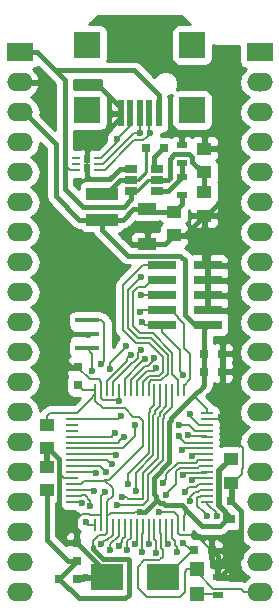
<source format=gtl>
G04 #@! TF.FileFunction,Copper,L1,Top,Signal*
%FSLAX46Y46*%
G04 Gerber Fmt 4.6, Leading zero omitted, Abs format (unit mm)*
G04 Created by KiCad (PCBNEW 0.201509300352+6225~30~ubuntu15.04.1-product) date Thu 01 Oct 2015 02:18:51 AM PDT*
%MOMM*%
G01*
G04 APERTURE LIST*
%ADD10C,0.100000*%
%ADD11R,2.400000X0.740000*%
%ADD12R,1.000000X0.250000*%
%ADD13R,0.250000X1.000000*%
%ADD14R,0.700000X0.250000*%
%ADD15R,0.610000X0.710000*%
%ADD16R,2.197100X2.197100*%
%ADD17R,0.497840X2.197100*%
%ADD18R,2.199640X1.524000*%
%ADD19O,2.199640X1.524000*%
%ADD20R,2.000000X0.400000*%
%ADD21R,2.800000X2.200000*%
%ADD22R,0.800000X0.750000*%
%ADD23R,1.250000X1.000000*%
%ADD24R,0.750000X0.800000*%
%ADD25R,1.600000X1.000000*%
%ADD26R,2.700000X1.000000*%
%ADD27R,0.900000X0.500000*%
%ADD28R,1.060000X0.650000*%
%ADD29R,1.198880X1.198880*%
%ADD30C,0.600000*%
%ADD31C,0.203200*%
%ADD32C,0.381000*%
%ADD33C,0.254000*%
G04 APERTURE END LIST*
D10*
D11*
X146640000Y-122174000D03*
X146640000Y-120904000D03*
X146640000Y-119634000D03*
X146640000Y-118364000D03*
X146640000Y-117094000D03*
X150540000Y-122174000D03*
X150540000Y-120904000D03*
X150540000Y-119634000D03*
X150540000Y-118364000D03*
X150540000Y-117094000D03*
D12*
X139080000Y-129600000D03*
X139080000Y-130100000D03*
X139080000Y-130600000D03*
X139080000Y-131100000D03*
X139080000Y-131600000D03*
X139080000Y-132100000D03*
X139080000Y-132600000D03*
X139080000Y-133100000D03*
X139080000Y-133600000D03*
X139080000Y-134100000D03*
X139080000Y-134600000D03*
X139080000Y-135100000D03*
X139080000Y-135600000D03*
X139080000Y-136100000D03*
X139080000Y-136600000D03*
X139080000Y-137100000D03*
D13*
X141030000Y-139050000D03*
X141530000Y-139050000D03*
X142030000Y-139050000D03*
X142530000Y-139050000D03*
X143030000Y-139050000D03*
X143530000Y-139050000D03*
X144030000Y-139050000D03*
X144530000Y-139050000D03*
X145030000Y-139050000D03*
X145530000Y-139050000D03*
X146030000Y-139050000D03*
X146530000Y-139050000D03*
X147030000Y-139050000D03*
X147530000Y-139050000D03*
X148030000Y-139050000D03*
X148530000Y-139050000D03*
D12*
X150480000Y-137100000D03*
X150480000Y-136600000D03*
X150480000Y-136100000D03*
X150480000Y-135600000D03*
X150480000Y-135100000D03*
X150480000Y-134600000D03*
X150480000Y-134100000D03*
X150480000Y-133600000D03*
X150480000Y-133100000D03*
X150480000Y-132600000D03*
X150480000Y-132100000D03*
X150480000Y-131600000D03*
X150480000Y-131100000D03*
X150480000Y-130600000D03*
X150480000Y-130100000D03*
X150480000Y-129600000D03*
D13*
X148530000Y-127650000D03*
X148030000Y-127650000D03*
X147530000Y-127650000D03*
X147030000Y-127650000D03*
X146530000Y-127650000D03*
X146030000Y-127650000D03*
X145530000Y-127650000D03*
X145030000Y-127650000D03*
X144530000Y-127650000D03*
X144030000Y-127650000D03*
X143530000Y-127650000D03*
X143030000Y-127650000D03*
X142530000Y-127650000D03*
X142030000Y-127650000D03*
X141530000Y-127650000D03*
X141030000Y-127650000D03*
D14*
X141260000Y-108984000D03*
X141260000Y-108484000D03*
X141260000Y-107984000D03*
X139410000Y-107984000D03*
X139410000Y-108484000D03*
X139410000Y-108984000D03*
D15*
X140335000Y-108129000D03*
X140335000Y-108839000D03*
D16*
X140350240Y-103949500D03*
D17*
X146377660Y-104228900D03*
X145577560Y-104228900D03*
X144780000Y-104228900D03*
X143982440Y-104228900D03*
X143182340Y-104228900D03*
D16*
X149209760Y-103949500D03*
X149209760Y-98450400D03*
X140350240Y-98450400D03*
D18*
X154940000Y-99060000D03*
D19*
X154940000Y-101600000D03*
X154940000Y-104140000D03*
X154940000Y-106680000D03*
X154940000Y-109220000D03*
X154940000Y-111760000D03*
X154940000Y-114300000D03*
X154940000Y-116840000D03*
X154940000Y-119380000D03*
X154940000Y-121920000D03*
X154940000Y-124460000D03*
X154940000Y-127000000D03*
X154940000Y-129540000D03*
X154940000Y-132080000D03*
X154940000Y-134620000D03*
X154940000Y-137160000D03*
X154940000Y-139700000D03*
X154940000Y-142240000D03*
X154940000Y-144780000D03*
D18*
X134620000Y-99060000D03*
D19*
X134620000Y-101600000D03*
X134620000Y-104140000D03*
X134620000Y-106680000D03*
X134620000Y-109220000D03*
X134620000Y-111760000D03*
X134620000Y-114300000D03*
X134620000Y-116840000D03*
X134620000Y-119380000D03*
X134620000Y-121920000D03*
X134620000Y-124460000D03*
X134620000Y-127000000D03*
X134620000Y-129540000D03*
X134620000Y-132080000D03*
X134620000Y-134620000D03*
X134620000Y-137160000D03*
X134620000Y-139700000D03*
X134620000Y-142240000D03*
X134620000Y-144780000D03*
D20*
X140335000Y-124136000D03*
X140335000Y-122936000D03*
X140335000Y-121736000D03*
D21*
X141999000Y-143510000D03*
X146799000Y-143510000D03*
D22*
X149364000Y-141224000D03*
X150864000Y-141224000D03*
D23*
X136906000Y-136128000D03*
X136906000Y-134128000D03*
X136906000Y-130572000D03*
X136906000Y-132572000D03*
X152527000Y-133493000D03*
X152527000Y-135493000D03*
D24*
X139573000Y-127242000D03*
X139573000Y-125742000D03*
D22*
X150253000Y-126111000D03*
X151753000Y-126111000D03*
D24*
X152527000Y-138545000D03*
X152527000Y-137045000D03*
D22*
X150253000Y-124587000D03*
X151753000Y-124587000D03*
D24*
X139446000Y-142101000D03*
X139446000Y-140601000D03*
D22*
X137934000Y-143637000D03*
X139434000Y-143637000D03*
D23*
X150241000Y-109204000D03*
X150241000Y-107204000D03*
X150241000Y-110887000D03*
X150241000Y-112887000D03*
D22*
X145300000Y-107188000D03*
X146800000Y-107188000D03*
D23*
X147701000Y-112538000D03*
X147701000Y-114538000D03*
D25*
X145415000Y-112292000D03*
X145415000Y-115292000D03*
D26*
X141605000Y-111041000D03*
X141605000Y-113241000D03*
D27*
X148336000Y-111113000D03*
X148336000Y-109613000D03*
X148336000Y-108446000D03*
X148336000Y-106946000D03*
D28*
X144061000Y-108905000D03*
X144061000Y-109855000D03*
X144061000Y-110805000D03*
X146261000Y-110805000D03*
X146261000Y-108905000D03*
X146261000Y-109855000D03*
D27*
X151384000Y-145022000D03*
X151384000Y-143522000D03*
D29*
X149606000Y-142841980D03*
X149606000Y-144940020D03*
D30*
X144418941Y-130575928D03*
X148463000Y-140589000D03*
X148346160Y-105912920D03*
X140007340Y-102100380D03*
X140208000Y-143510000D03*
X139954000Y-114935000D03*
X146385854Y-137989451D03*
X143028436Y-128559236D03*
X141859000Y-136271000D03*
X151638000Y-129921000D03*
X144788243Y-138008441D03*
X143281063Y-136723660D03*
X143764000Y-135636000D03*
X144446405Y-136206194D03*
X146973961Y-136537100D03*
X146748249Y-135509983D03*
X142835354Y-137391862D03*
X148082000Y-131572000D03*
X142833805Y-106431116D03*
X147193000Y-140716000D03*
X147955000Y-141351000D03*
X151296182Y-138360260D03*
X150495000Y-138303034D03*
X149070353Y-137033000D03*
X148590000Y-136271000D03*
X149225000Y-135255000D03*
X148479255Y-134839032D03*
X149224994Y-133223000D03*
X148336000Y-132715000D03*
X146137598Y-125828322D03*
X146025455Y-124978972D03*
X145222440Y-124996771D03*
X144866234Y-124274914D03*
X144013967Y-124669193D03*
X142782844Y-133147513D03*
X142412232Y-133947524D03*
X141907524Y-134572360D03*
X141109385Y-134662494D03*
X140903217Y-136165342D03*
X140618689Y-137472382D03*
X139863265Y-137199497D03*
X140208000Y-138811000D03*
X141533867Y-140692489D03*
X142305661Y-141220097D03*
X143020666Y-140853775D03*
X143735026Y-141220979D03*
X144362823Y-140710966D03*
X144944647Y-141351000D03*
X145572444Y-140716000D03*
X146154268Y-141479836D03*
X143657642Y-123949345D03*
X142228467Y-125855399D03*
X143173419Y-129872075D03*
X144936788Y-118046540D03*
X144906996Y-119634000D03*
X140783039Y-126043952D03*
X142735029Y-131263171D03*
X141478074Y-125476000D03*
X143454467Y-131620324D03*
X148905706Y-131448667D03*
X145669000Y-105918000D03*
X144807843Y-105852579D03*
X148138954Y-130603284D03*
X144971446Y-121878735D03*
X148463000Y-126365000D03*
X149001178Y-129719646D03*
X144800642Y-121031000D03*
D31*
X139080000Y-132600000D02*
X139783200Y-132600000D01*
X144418941Y-131528901D02*
X144418941Y-131000192D01*
X143405131Y-132542711D02*
X144418941Y-131528901D01*
X144418941Y-131000192D02*
X144418941Y-130575928D01*
X139840489Y-132542711D02*
X143405131Y-132542711D01*
X139783200Y-132600000D02*
X139840489Y-132542711D01*
X149364000Y-141224000D02*
X149098000Y-141224000D01*
X149098000Y-141224000D02*
X148463000Y-140589000D01*
X149364000Y-141224000D02*
X149339000Y-141224000D01*
X149339000Y-141224000D02*
X147053000Y-143510000D01*
X147053000Y-143510000D02*
X146799000Y-143510000D01*
D32*
X150241000Y-107204000D02*
X150241000Y-106199940D01*
X150241000Y-106199940D02*
X149953980Y-105912920D01*
X149953980Y-105912920D02*
X148770424Y-105912920D01*
X148770424Y-105912920D02*
X148346160Y-105912920D01*
X148336000Y-105923080D02*
X148346160Y-105912920D01*
X148336000Y-106946000D02*
X148336000Y-105923080D01*
X151753000Y-126111000D02*
X151753000Y-129806000D01*
X151753000Y-129806000D02*
X151638000Y-129921000D01*
X150241000Y-112887000D02*
X150366000Y-112887000D01*
X150366000Y-112887000D02*
X151638000Y-111615000D01*
X151638000Y-111615000D02*
X151638000Y-107454700D01*
X151638000Y-107454700D02*
X151387300Y-107204000D01*
X151387300Y-107204000D02*
X150241000Y-107204000D01*
X143182340Y-104228900D02*
X143182340Y-103784398D01*
X143182340Y-103784398D02*
X141485622Y-102087680D01*
X141485622Y-102087680D02*
X140020040Y-102087680D01*
X140020040Y-102087680D02*
X140007340Y-102100380D01*
D31*
X140335000Y-108129000D02*
X140335000Y-108839000D01*
D32*
X138557000Y-120777000D02*
X138557000Y-116332000D01*
X139131800Y-122936000D02*
X138557000Y-122361200D01*
X140335000Y-122936000D02*
X139131800Y-122936000D01*
X138557000Y-122361200D02*
X138557000Y-120777000D01*
X138557000Y-116332000D02*
X139954000Y-114935000D01*
X138557000Y-123444000D02*
X139065000Y-122936000D01*
X138994800Y-125742000D02*
X138557000Y-125304200D01*
X139573000Y-125742000D02*
X138994800Y-125742000D01*
X138557000Y-125304200D02*
X138557000Y-123444000D01*
X139065000Y-122936000D02*
X140335000Y-122936000D01*
D31*
X141329200Y-126746000D02*
X140552000Y-126746000D01*
X140552000Y-126746000D02*
X139573000Y-125767000D01*
X139573000Y-125767000D02*
X139573000Y-125742000D01*
X141530000Y-127650000D02*
X141530000Y-126946800D01*
X141530000Y-126946800D02*
X141329200Y-126746000D01*
D32*
X150241000Y-112887000D02*
X150241000Y-116795000D01*
X150241000Y-116795000D02*
X150540000Y-117094000D01*
X152400000Y-121412000D02*
X152400000Y-121183000D01*
X152400000Y-121183000D02*
X152121000Y-120904000D01*
X152121000Y-120904000D02*
X150540000Y-120904000D01*
X152400000Y-123184000D02*
X152400000Y-121412000D01*
X151753000Y-124587000D02*
X151753000Y-123831000D01*
X151753000Y-123831000D02*
X152400000Y-123184000D01*
X151753000Y-126111000D02*
X151753000Y-124587000D01*
D31*
X148030000Y-139050000D02*
X148030000Y-138346800D01*
X146810118Y-137989451D02*
X146385854Y-137989451D01*
X147672651Y-137989451D02*
X146810118Y-137989451D01*
X148030000Y-138346800D02*
X147672651Y-137989451D01*
X143030000Y-128557672D02*
X143028436Y-128559236D01*
X143030000Y-127650000D02*
X143030000Y-128557672D01*
X141530000Y-128353200D02*
X141530000Y-127650000D01*
X141700800Y-128524000D02*
X141530000Y-128353200D01*
X143030000Y-127650000D02*
X143030000Y-128353200D01*
X143030000Y-128353200D02*
X142859200Y-128524000D01*
X142859200Y-128524000D02*
X141700800Y-128524000D01*
X141530000Y-139050000D02*
X141530000Y-136600000D01*
X141530000Y-136600000D02*
X141859000Y-136271000D01*
X141377599Y-138194399D02*
X140561689Y-138194399D01*
X139446000Y-139997800D02*
X139446000Y-140601000D01*
X140561689Y-138194399D02*
X140522689Y-138155399D01*
X141530000Y-138346800D02*
X141377599Y-138194399D01*
X141530000Y-139050000D02*
X141530000Y-138346800D01*
X140522689Y-138155399D02*
X139893311Y-138155399D01*
X139446000Y-138602710D02*
X139446000Y-139997800D01*
X139893311Y-138155399D02*
X139446000Y-138602710D01*
X152527000Y-135493000D02*
X152652000Y-135493000D01*
X152652000Y-135493000D02*
X153416000Y-134729000D01*
X153416000Y-134729000D02*
X153416000Y-134348601D01*
X153416000Y-134348601D02*
X153507601Y-134257000D01*
X153507601Y-134257000D02*
X153507601Y-132565960D01*
X151638000Y-130345264D02*
X151638000Y-129921000D01*
X153507601Y-132565960D02*
X151638000Y-130696359D01*
X151638000Y-130696359D02*
X151638000Y-130345264D01*
D32*
X136906000Y-132572000D02*
X136906000Y-134128000D01*
D31*
X149548398Y-139933398D02*
X150839000Y-141224000D01*
X150839000Y-141224000D02*
X150864000Y-141224000D01*
X148210198Y-139933398D02*
X149548398Y-139933398D01*
X148030000Y-139753200D02*
X148210198Y-139933398D01*
X148030000Y-139050000D02*
X148030000Y-139753200D01*
D32*
X151384000Y-143522000D02*
X151384000Y-141744000D01*
X151384000Y-141744000D02*
X150864000Y-141224000D01*
X141999000Y-143510000D02*
X139561000Y-143510000D01*
X139561000Y-143510000D02*
X139434000Y-143637000D01*
D31*
X139080000Y-135100000D02*
X138376800Y-135100000D01*
X137975501Y-134698701D02*
X137975501Y-133516501D01*
X138376800Y-135100000D02*
X137975501Y-134698701D01*
D32*
X141999000Y-143179000D02*
X141999000Y-143510000D01*
X139446000Y-140626000D02*
X141999000Y-143179000D01*
X139446000Y-140601000D02*
X139446000Y-140626000D01*
D31*
X150480000Y-130100000D02*
X151459000Y-130100000D01*
X151459000Y-130100000D02*
X151638000Y-129921000D01*
D32*
X140335000Y-108129000D02*
X140335000Y-107393000D01*
X140335000Y-107393000D02*
X143182340Y-104545660D01*
X143182340Y-104545660D02*
X143182340Y-104228900D01*
X140883000Y-109815000D02*
X140575000Y-109815000D01*
X140575000Y-109815000D02*
X140335000Y-109575000D01*
X140335000Y-109575000D02*
X140335000Y-108839000D01*
X142240000Y-109815000D02*
X140883000Y-109815000D01*
X144061000Y-108905000D02*
X143150000Y-108905000D01*
X143150000Y-108905000D02*
X142240000Y-109815000D01*
X147701000Y-114538000D02*
X148590000Y-114538000D01*
X148590000Y-114538000D02*
X150241000Y-112887000D01*
X145415000Y-115292000D02*
X146947000Y-115292000D01*
X146947000Y-115292000D02*
X147701000Y-114538000D01*
X139446000Y-140601000D02*
X138690000Y-140601000D01*
X138690000Y-140601000D02*
X137975501Y-139886501D01*
X137975501Y-139886501D02*
X137975501Y-133516501D01*
X137975501Y-133516501D02*
X137031000Y-132572000D01*
X137031000Y-132572000D02*
X136906000Y-132572000D01*
X141699000Y-143510000D02*
X141999000Y-143510000D01*
X152527000Y-137045000D02*
X152527000Y-135747000D01*
X152527000Y-135747000D02*
X152273000Y-135493000D01*
X151384000Y-143522000D02*
X151584000Y-143522000D01*
X151584000Y-143522000D02*
X153346501Y-141759499D01*
X153346501Y-141759499D02*
X153346501Y-137889501D01*
X153346501Y-137889501D02*
X152527000Y-137070000D01*
X152527000Y-137070000D02*
X152527000Y-137045000D01*
D31*
X141030000Y-127650000D02*
X139981000Y-127650000D01*
X139981000Y-127650000D02*
X139573000Y-127242000D01*
D32*
X143762499Y-116279499D02*
X141605000Y-114122000D01*
X148195601Y-116279499D02*
X143762499Y-116279499D01*
X148590000Y-121324103D02*
X148590000Y-116673898D01*
X149439897Y-122174000D02*
X148590000Y-121324103D01*
X150540000Y-122174000D02*
X149439897Y-122174000D01*
X141605000Y-114122000D02*
X141605000Y-113241000D01*
X148590000Y-116673898D02*
X148195601Y-116279499D01*
X150253000Y-124587000D02*
X150253000Y-122461000D01*
X150253000Y-122461000D02*
X150540000Y-122174000D01*
X150253000Y-126111000D02*
X150253000Y-124587000D01*
X150018000Y-127439104D02*
X150253000Y-127204104D01*
X150253000Y-127204104D02*
X150253000Y-126111000D01*
X149401805Y-128055299D02*
X149352000Y-128105104D01*
X150018000Y-127439104D02*
X149401805Y-128055299D01*
X147297098Y-130343276D02*
X147297098Y-133769660D01*
X147419046Y-130221328D02*
X147297098Y-130343276D01*
X147297098Y-133769660D02*
X146003747Y-135063011D01*
X147419046Y-129997720D02*
X147419046Y-130221328D01*
X146003747Y-136492580D02*
X146177000Y-136665833D01*
X146003747Y-135063011D02*
X146003747Y-136492580D01*
D31*
X145068748Y-132380542D02*
X142219040Y-135230250D01*
X145068748Y-131987594D02*
X145068748Y-132380542D01*
X145074543Y-131981799D02*
X145068748Y-131987594D01*
X145074543Y-130261238D02*
X145074543Y-131981799D01*
X144214511Y-129920326D02*
X144733631Y-129920326D01*
X143509023Y-129214838D02*
X144214511Y-129920326D01*
X141030000Y-128561675D02*
X141683163Y-129214838D01*
X141683163Y-129214838D02*
X143509023Y-129214838D01*
X144733631Y-129920326D02*
X145074543Y-130261238D01*
X141030000Y-127650000D02*
X141030000Y-128561675D01*
X142219040Y-135230250D02*
X141756750Y-135230250D01*
X144363979Y-138008441D02*
X144324956Y-138047464D01*
X144788243Y-138008441D02*
X144363979Y-138008441D01*
X142329336Y-138047464D02*
X142030000Y-138346800D01*
X144324956Y-138047464D02*
X142329336Y-138047464D01*
D32*
X146514823Y-137244949D02*
X146743229Y-137244949D01*
X146177000Y-136665833D02*
X146177000Y-136907126D01*
X146177000Y-136907126D02*
X146514823Y-137244949D01*
X146913090Y-137414810D02*
X148377948Y-137414810D01*
X146743229Y-137244949D02*
X146913090Y-137414810D01*
X148377948Y-137414810D02*
X148632639Y-137669501D01*
X146177000Y-137043948D02*
X146177000Y-136665833D01*
X145212507Y-138008441D02*
X146177000Y-137043948D01*
X144788243Y-138008441D02*
X145212507Y-138008441D01*
X151457499Y-137398282D02*
X151457499Y-134437501D01*
X151457499Y-134437501D02*
X152402000Y-133493000D01*
X152527000Y-138467783D02*
X151457499Y-137398282D01*
X152040684Y-138717609D02*
X151583792Y-139174501D01*
X151453037Y-134441963D02*
X151453037Y-137415251D01*
X151583792Y-139174501D02*
X150074440Y-139174501D01*
X152402000Y-133493000D02*
X151453037Y-134441963D01*
X150074440Y-139174501D02*
X148632639Y-137732700D01*
X151453037Y-137415251D02*
X152040684Y-138002898D01*
X152040684Y-138002898D02*
X152040684Y-138717609D01*
X148632639Y-137732700D02*
X148632639Y-137669501D01*
X152527000Y-138545000D02*
X152527000Y-138467783D01*
D31*
X141756750Y-135230250D02*
X141668905Y-135318095D01*
X141668905Y-135318095D02*
X140065105Y-135318095D01*
X140065105Y-135318095D02*
X139783200Y-135600000D01*
X139783200Y-135600000D02*
X139080000Y-135600000D01*
X142030000Y-137070292D02*
X142030000Y-138346800D01*
X142514602Y-136585690D02*
X142030000Y-137070292D01*
X141756750Y-135230250D02*
X142514602Y-135988102D01*
X142514602Y-135988102D02*
X142514602Y-136585690D01*
X140536340Y-128518660D02*
X141030000Y-128025000D01*
X141030000Y-128025000D02*
X141030000Y-127650000D01*
X142030000Y-138346800D02*
X142030000Y-139050000D01*
X139080000Y-129600000D02*
X137174800Y-129600000D01*
X137174800Y-129600000D02*
X136906000Y-129868800D01*
X136906000Y-129868800D02*
X136906000Y-130572000D01*
X148530000Y-139050000D02*
X148530000Y-138346800D01*
X148530000Y-138346800D02*
X148632639Y-138244161D01*
X148632639Y-138244161D02*
X148632639Y-137669501D01*
D32*
X143521102Y-145288000D02*
X143843501Y-144965601D01*
X141685653Y-141965499D02*
X140843000Y-141122846D01*
X143754601Y-141965499D02*
X141685653Y-141965499D01*
X143843501Y-142054399D02*
X143754601Y-141965499D01*
X143843501Y-144965601D02*
X143843501Y-142054399D01*
X137959000Y-143637000D02*
X139610000Y-145288000D01*
X137934000Y-143637000D02*
X137959000Y-143637000D01*
X140843000Y-141122846D02*
X140843000Y-140970000D01*
X139610000Y-145288000D02*
X143521102Y-145288000D01*
D31*
X142030000Y-139753200D02*
X141877599Y-139905601D01*
X141877599Y-139905601D02*
X141374201Y-139905601D01*
X142030000Y-139050000D02*
X142030000Y-139753200D01*
X141374201Y-139905601D02*
X140843000Y-140436802D01*
X140843000Y-140436802D02*
X140843000Y-140970000D01*
D32*
X137934000Y-143637000D02*
X137934000Y-143613000D01*
X137934000Y-143613000D02*
X139446000Y-142101000D01*
D31*
X139455000Y-129600000D02*
X139080000Y-129600000D01*
X140536340Y-128518660D02*
X139455000Y-129600000D01*
X150480000Y-129600000D02*
X150480000Y-129271800D01*
X150480000Y-129271800D02*
X149352000Y-128143800D01*
X149352000Y-128143800D02*
X149352000Y-128105104D01*
D32*
X141605000Y-113241000D02*
X142455000Y-113241000D01*
X143764000Y-112762000D02*
X143764000Y-112813000D01*
X143336000Y-113241000D02*
X141605000Y-113241000D01*
X143764000Y-112813000D02*
X143336000Y-113241000D01*
X145415000Y-112292000D02*
X144234000Y-112292000D01*
X144234000Y-112292000D02*
X143764000Y-112762000D01*
X137668000Y-111252000D02*
X139657000Y-113241000D01*
X139657000Y-113241000D02*
X141605000Y-113241000D01*
X137668000Y-110916000D02*
X137668000Y-111252000D01*
X147459384Y-129997720D02*
X147419046Y-129997720D01*
X149352000Y-128105104D02*
X147459384Y-129997720D01*
X137668000Y-106850180D02*
X137668000Y-110916000D01*
X134620000Y-104140000D02*
X134957820Y-104140000D01*
X134957820Y-104140000D02*
X137668000Y-106850180D01*
X147419046Y-129997720D02*
X147469507Y-129997720D01*
X147701000Y-112538000D02*
X145661000Y-112538000D01*
X145661000Y-112538000D02*
X145415000Y-112292000D01*
X148336000Y-111113000D02*
X148336000Y-111903000D01*
X148336000Y-111903000D02*
X147701000Y-112538000D01*
X152527000Y-133493000D02*
X152402000Y-133493000D01*
X136906000Y-136128000D02*
X136906000Y-140317000D01*
X136906000Y-140317000D02*
X138690000Y-142101000D01*
X139446000Y-142101000D02*
X138690000Y-142101000D01*
D31*
X147030000Y-129039699D02*
X146466345Y-129603354D01*
X146344576Y-129948730D02*
X146344576Y-133375114D01*
X145051225Y-136822655D02*
X145031402Y-136842478D01*
X145031402Y-136842478D02*
X143824145Y-136842478D01*
X143824145Y-136842478D02*
X143705327Y-136723660D01*
X143705327Y-136723660D02*
X143281063Y-136723660D01*
X145051225Y-134668465D02*
X145051225Y-136822655D01*
X146344576Y-133375114D02*
X145051225Y-134668465D01*
X147030000Y-127650000D02*
X147030000Y-129039699D01*
X146466345Y-129603354D02*
X146466345Y-129826961D01*
X146466345Y-129826961D02*
X146344576Y-129948730D01*
X145653523Y-129266674D02*
X145653523Y-129490281D01*
X146030000Y-127650000D02*
X146030000Y-128890196D01*
X143764000Y-135211736D02*
X143764000Y-135636000D01*
X145653523Y-129490281D02*
X145531754Y-129612050D01*
X143764000Y-134773515D02*
X143764000Y-135211736D01*
X145531754Y-129612050D02*
X145531754Y-133005761D01*
X146030000Y-128890196D02*
X145653523Y-129266674D01*
X145531754Y-133005761D02*
X143764000Y-134773515D01*
X146530000Y-128964948D02*
X146059934Y-129435014D01*
X144446405Y-134668396D02*
X144446405Y-135781930D01*
X146530000Y-127650000D02*
X146530000Y-128964948D01*
X145938165Y-129780390D02*
X145938165Y-133176636D01*
X146059934Y-129435014D02*
X146059934Y-129658621D01*
X145938165Y-133176636D02*
X144446405Y-134668396D01*
X146059934Y-129658621D02*
X145938165Y-129780390D01*
X144446405Y-135781930D02*
X144446405Y-136206194D01*
X147874435Y-134539390D02*
X147874435Y-135636626D01*
X149817857Y-134100000D02*
X149683645Y-134234212D01*
X147874435Y-135636626D02*
X147273960Y-136237101D01*
X150480000Y-134100000D02*
X149817857Y-134100000D01*
X147273960Y-136237101D02*
X146973961Y-136537100D01*
X148179613Y-134234212D02*
X147874435Y-134539390D01*
X149683645Y-134234212D02*
X148179613Y-134234212D01*
X147048248Y-134790826D02*
X147048248Y-135209984D01*
X149743106Y-133600000D02*
X149515305Y-133827801D01*
X148011273Y-133827801D02*
X147048248Y-134790826D01*
X149515305Y-133827801D02*
X148011273Y-133827801D01*
X147048248Y-135209984D02*
X146748249Y-135509983D01*
X150480000Y-133600000D02*
X149743106Y-133600000D01*
X147530000Y-129114450D02*
X146872756Y-129771694D01*
X145457636Y-136990996D02*
X145098089Y-137350543D01*
X145098089Y-137350543D02*
X143300937Y-137350543D01*
X145457636Y-134836805D02*
X145457636Y-136990996D01*
X146750987Y-133543454D02*
X145457636Y-134836805D01*
X146750987Y-130117070D02*
X146750987Y-133543454D01*
X146872756Y-129995301D02*
X146750987Y-130117070D01*
X146872756Y-129771694D02*
X146872756Y-129995301D01*
X147530000Y-127650000D02*
X147530000Y-129114450D01*
X143259618Y-137391862D02*
X142835354Y-137391862D01*
X143300937Y-137350543D02*
X143259618Y-137391862D01*
X143982440Y-104228900D02*
X143982440Y-105318560D01*
X143982440Y-105318560D02*
X142869884Y-106431116D01*
X142869884Y-106431116D02*
X142833805Y-106431116D01*
X141260000Y-107984000D02*
X141485000Y-107984000D01*
X141485000Y-107984000D02*
X142833805Y-106635195D01*
X142833805Y-106635195D02*
X142833805Y-106431116D01*
X148381999Y-131871999D02*
X148082000Y-131572000D01*
X148610000Y-132100000D02*
X148381999Y-131871999D01*
X150480000Y-132100000D02*
X148610000Y-132100000D01*
X146543210Y-141986000D02*
X146759069Y-141770141D01*
X146583655Y-141014117D02*
X146583655Y-141010849D01*
X146759069Y-141770141D02*
X146759069Y-141189531D01*
X146759069Y-141189531D02*
X146583655Y-141014117D01*
X146583655Y-141010849D02*
X146588198Y-141006306D01*
X144653000Y-142621000D02*
X145189363Y-142084637D01*
X145189363Y-142084637D02*
X146444573Y-142084637D01*
X146444573Y-142084637D02*
X146543210Y-141986000D01*
X144653000Y-144412642D02*
X144653000Y-142621000D01*
X148196642Y-145161000D02*
X145401358Y-145161000D01*
X145401358Y-145161000D02*
X144653000Y-144412642D01*
X148590000Y-143055340D02*
X148590000Y-144767642D01*
X148590000Y-144767642D02*
X148196642Y-145161000D01*
X149606000Y-142841980D02*
X148803360Y-142841980D01*
X148803360Y-142841980D02*
X148590000Y-143055340D01*
X146530000Y-139753200D02*
X146588198Y-139811398D01*
X146530000Y-139050000D02*
X146530000Y-139753200D01*
X146588198Y-139811398D02*
X146588198Y-141006306D01*
X149606000Y-142841980D02*
X149606000Y-143084082D01*
X149606000Y-143084082D02*
X150989117Y-144467199D01*
X150989117Y-144467199D02*
X153324179Y-144467199D01*
X153324179Y-144467199D02*
X153636980Y-144780000D01*
X153636980Y-144780000D02*
X154940000Y-144780000D01*
X147030000Y-140553000D02*
X147193000Y-140716000D01*
X147030000Y-139050000D02*
X147030000Y-140553000D01*
X147955000Y-141351000D02*
X147955000Y-140926736D01*
X147955000Y-140926736D02*
X147797801Y-140769537D01*
X147797801Y-140769537D02*
X147797801Y-140425695D01*
X147797801Y-140425695D02*
X147530000Y-140157894D01*
X147530000Y-140157894D02*
X147530000Y-139050000D01*
X150480000Y-137100000D02*
X150480000Y-137265892D01*
X150480000Y-137265892D02*
X151296182Y-138082074D01*
X151296182Y-138082074D02*
X151296182Y-138360260D01*
X150480000Y-136600000D02*
X149924608Y-136600000D01*
X149924608Y-136600000D02*
X149851985Y-136672623D01*
X150195001Y-138003035D02*
X150495000Y-138303034D01*
X149675199Y-137483233D02*
X150195001Y-138003035D01*
X149675199Y-136701601D02*
X149675199Y-137483233D01*
X149704177Y-136672623D02*
X149675199Y-136701601D01*
X149851985Y-136672623D02*
X149704177Y-136672623D01*
X149070353Y-136704633D02*
X149070353Y-137033000D01*
X149849857Y-136100000D02*
X149683645Y-136266212D01*
X149508774Y-136266212D02*
X149070353Y-136704633D01*
X150480000Y-136100000D02*
X149849857Y-136100000D01*
X149683645Y-136266212D02*
X149508774Y-136266212D01*
X148889999Y-135971001D02*
X148590000Y-136271000D01*
X149001199Y-135859801D02*
X148889999Y-135971001D01*
X149515305Y-135859801D02*
X149001199Y-135859801D01*
X150480000Y-135600000D02*
X149775106Y-135600000D01*
X149775106Y-135600000D02*
X149515305Y-135859801D01*
X150480000Y-135100000D02*
X149380000Y-135100000D01*
X149380000Y-135100000D02*
X149225000Y-135255000D01*
X150439377Y-134640623D02*
X148677664Y-134640623D01*
X150480000Y-134600000D02*
X150439377Y-134640623D01*
X148677664Y-134640623D02*
X148479255Y-134839032D01*
X150480000Y-133100000D02*
X149347994Y-133100000D01*
X149347994Y-133100000D02*
X149224994Y-133223000D01*
X150480000Y-132600000D02*
X148451000Y-132600000D01*
X148451000Y-132600000D02*
X148336000Y-132715000D01*
X145958154Y-126007766D02*
X146137598Y-125828322D01*
X144530000Y-126905295D02*
X145427529Y-126007766D01*
X144530000Y-127650000D02*
X144530000Y-126905295D01*
X145427529Y-126007766D02*
X145958154Y-126007766D01*
X146025455Y-125085122D02*
X146025455Y-124978972D01*
X145509222Y-125601355D02*
X146025455Y-125085122D01*
X144030000Y-126830545D02*
X145259190Y-125601355D01*
X145259190Y-125601355D02*
X145509222Y-125601355D01*
X144030000Y-127650000D02*
X144030000Y-126830545D01*
X143530000Y-127650000D02*
X143530000Y-126689211D01*
X144922441Y-125296770D02*
X145222440Y-124996771D01*
X143530000Y-126689211D02*
X144922441Y-125296770D01*
X144618769Y-124959499D02*
X144618769Y-124522379D01*
X142530000Y-127650000D02*
X142530000Y-127003018D01*
X144304273Y-125273995D02*
X144618769Y-124959499D01*
X142530000Y-127003018D02*
X144259023Y-125273995D01*
X144618769Y-124522379D02*
X144866234Y-124274914D01*
X144259023Y-125273995D02*
X144304273Y-125273995D01*
X142030000Y-127650000D02*
X142030000Y-126921096D01*
X143713968Y-124969192D02*
X144013967Y-124669193D01*
X143713968Y-125237128D02*
X143713968Y-124969192D01*
X142030000Y-126921096D02*
X143713968Y-125237128D01*
X142735331Y-133100000D02*
X142782844Y-133147513D01*
X139080000Y-133100000D02*
X142735331Y-133100000D01*
X142112233Y-133647525D02*
X142412232Y-133947524D01*
X139080000Y-133600000D02*
X142064708Y-133600000D01*
X142064708Y-133600000D02*
X142112233Y-133647525D01*
X139783200Y-134100000D02*
X139836387Y-134046813D01*
X139836387Y-134046813D02*
X141381977Y-134046813D01*
X141607525Y-134272361D02*
X141907524Y-134572360D01*
X141381977Y-134046813D02*
X141607525Y-134272361D01*
X139080000Y-134100000D02*
X139783200Y-134100000D01*
X139080000Y-134600000D02*
X141046891Y-134600000D01*
X141046891Y-134600000D02*
X141109385Y-134662494D01*
X139080000Y-136100000D02*
X140837875Y-136100000D01*
X140837875Y-136100000D02*
X140903217Y-136165342D01*
X140618689Y-137048118D02*
X140618689Y-137472382D01*
X139080000Y-136600000D02*
X139783200Y-136600000D01*
X139783200Y-136600000D02*
X139805637Y-136577563D01*
X139805637Y-136577563D02*
X140148134Y-136577563D01*
X140148134Y-136577563D02*
X140618689Y-137048118D01*
X139863265Y-137180065D02*
X139863265Y-137199497D01*
X139080000Y-137100000D02*
X139783200Y-137100000D01*
X139881263Y-137154023D02*
X139881263Y-137181499D01*
X139783200Y-137100000D02*
X139863265Y-137180065D01*
X139881263Y-137181499D02*
X139863265Y-137199497D01*
X141030000Y-139050000D02*
X140447000Y-139050000D01*
X140447000Y-139050000D02*
X140208000Y-138811000D01*
X141833866Y-140392490D02*
X141533867Y-140692489D01*
X142530000Y-139050000D02*
X142530000Y-139901786D01*
X142530000Y-139901786D02*
X142039296Y-140392490D01*
X142039296Y-140392490D02*
X141833866Y-140392490D01*
X143030000Y-139050000D02*
X143030000Y-139976537D01*
X142305661Y-140795833D02*
X142305661Y-141220097D01*
X143030000Y-139976537D02*
X142305661Y-140700876D01*
X142305661Y-140700876D02*
X142305661Y-140795833D01*
X143320665Y-140553776D02*
X143020666Y-140853775D01*
X143320665Y-140284147D02*
X143320665Y-140553776D01*
X143530000Y-140074812D02*
X143320665Y-140284147D01*
X143530000Y-139050000D02*
X143530000Y-140074812D01*
X143735026Y-140796715D02*
X143735026Y-141220979D01*
X144030000Y-140149563D02*
X143735026Y-140444537D01*
X144030000Y-139050000D02*
X144030000Y-140149563D01*
X143735026Y-140444537D02*
X143735026Y-140796715D01*
X144530000Y-139050000D02*
X144530000Y-140543789D01*
X144530000Y-140543789D02*
X144362823Y-140710966D01*
X144944647Y-140926736D02*
X144944647Y-141351000D01*
X144967624Y-140903759D02*
X144944647Y-140926736D01*
X145030000Y-139753200D02*
X144967624Y-139815576D01*
X145030000Y-139050000D02*
X145030000Y-139753200D01*
X144967624Y-139815576D02*
X144967624Y-140903759D01*
X145530000Y-139050000D02*
X145530000Y-140673556D01*
X145530000Y-140673556D02*
X145572444Y-140716000D01*
X146177245Y-141032595D02*
X146154268Y-141055572D01*
X146154268Y-141055572D02*
X146154268Y-141479836D01*
X146030000Y-139050000D02*
X146030000Y-140278450D01*
X146177245Y-140425695D02*
X146177245Y-141032595D01*
X146030000Y-140278450D02*
X146177245Y-140425695D01*
X142228467Y-125378520D02*
X143357643Y-124249344D01*
X142228467Y-125855399D02*
X142228467Y-125378520D01*
X143357643Y-124249344D02*
X143657642Y-123949345D01*
X142945494Y-130100000D02*
X143173419Y-129872075D01*
X139080000Y-130100000D02*
X142945494Y-130100000D01*
X145236800Y-118937200D02*
X145810000Y-118364000D01*
X148030000Y-127650000D02*
X148030000Y-126792362D01*
X145914693Y-122848801D02*
X144832408Y-122848801D01*
X145810000Y-118364000D02*
X146640000Y-118364000D01*
X144195822Y-119362256D02*
X144620878Y-118937200D01*
X144195822Y-122212215D02*
X144195822Y-119362256D01*
X144832408Y-122848801D02*
X144195822Y-122212215D01*
X147555221Y-124489329D02*
X145914693Y-122848801D01*
X147555221Y-126317583D02*
X147555221Y-124489329D01*
X148030000Y-126792362D02*
X147555221Y-126317583D01*
X144620878Y-118937200D02*
X145236800Y-118937200D01*
X143789411Y-119193917D02*
X144636789Y-118346539D01*
X144664068Y-123255212D02*
X143789411Y-122380555D01*
X145746353Y-123255212D02*
X144664068Y-123255212D01*
X145745264Y-126839534D02*
X146596243Y-126839534D01*
X144636789Y-118346539D02*
X144936788Y-118046540D01*
X143789411Y-122380555D02*
X143789411Y-119193917D01*
X146596243Y-126839534D02*
X147148810Y-126286967D01*
X145530000Y-127054798D02*
X145745264Y-126839534D01*
X145530000Y-127650000D02*
X145530000Y-127054798D01*
X147148810Y-124657669D02*
X145746353Y-123255212D01*
X147148810Y-126286967D02*
X147148810Y-124657669D01*
X144907000Y-119634000D02*
X144906996Y-119634000D01*
X146640000Y-119634000D02*
X144907000Y-119634000D01*
X143383000Y-122585199D02*
X143383000Y-118745000D01*
X146742399Y-126118627D02*
X146742399Y-124826009D01*
X143383000Y-118745000D02*
X145034000Y-117094000D01*
X145236800Y-117094000D02*
X146640000Y-117094000D01*
X145030000Y-127650000D02*
X145030000Y-126980047D01*
X145034000Y-117094000D02*
X145236800Y-117094000D01*
X145578013Y-123661623D02*
X144459424Y-123661623D01*
X146742399Y-124826009D02*
X145578013Y-123661623D01*
X146427903Y-126433123D02*
X146742399Y-126118627D01*
X145030000Y-126980047D02*
X145576924Y-126433123D01*
X145576924Y-126433123D02*
X146427903Y-126433123D01*
X144459424Y-123661623D02*
X143383000Y-122585199D01*
D32*
X144272000Y-100584000D02*
X146377660Y-102689660D01*
X146377660Y-102689660D02*
X146377660Y-104228900D01*
X137624820Y-100584000D02*
X144272000Y-100584000D01*
X136100820Y-99060000D02*
X137624820Y-100584000D01*
X139954000Y-112141000D02*
X138430000Y-110617000D01*
X138430000Y-110617000D02*
X138430000Y-109601000D01*
X143431000Y-112141000D02*
X139954000Y-112141000D01*
X144061000Y-110805000D02*
X144061000Y-111511000D01*
X144061000Y-111511000D02*
X143431000Y-112141000D01*
X138430000Y-108779102D02*
X138430000Y-109601000D01*
D31*
X139410000Y-108984000D02*
X138856800Y-108984000D01*
X138856800Y-108984000D02*
X138651902Y-108779102D01*
X138651902Y-108779102D02*
X138430000Y-108779102D01*
D32*
X138430000Y-101389180D02*
X138430000Y-108779102D01*
X134620000Y-99060000D02*
X136100820Y-99060000D01*
X136100820Y-99060000D02*
X138430000Y-101389180D01*
D33*
X146261000Y-109855000D02*
X145477000Y-109855000D01*
X145477000Y-109855000D02*
X144527000Y-110805000D01*
X144527000Y-110805000D02*
X144061000Y-110805000D01*
D32*
X148971000Y-107696000D02*
X149235000Y-107960000D01*
X149235000Y-107960000D02*
X149235000Y-108323000D01*
X149235000Y-108323000D02*
X150116000Y-109204000D01*
X150116000Y-109204000D02*
X150241000Y-109204000D01*
X147701000Y-107696000D02*
X148971000Y-107696000D01*
X147320000Y-108077000D02*
X147701000Y-107696000D01*
X147320000Y-109707000D02*
X147320000Y-108077000D01*
X146261000Y-109855000D02*
X147172000Y-109855000D01*
X147172000Y-109855000D02*
X147320000Y-109707000D01*
X150241000Y-110887000D02*
X150241000Y-109204000D01*
D31*
X140783039Y-126043952D02*
X140783039Y-124584039D01*
X140783039Y-124584039D02*
X140335000Y-124136000D01*
X139080000Y-131600000D02*
X142398200Y-131600000D01*
X142435030Y-131563170D02*
X142735029Y-131263171D01*
X142398200Y-131600000D02*
X142435030Y-131563170D01*
X140335000Y-121736000D02*
X141538200Y-121736000D01*
X141538200Y-121736000D02*
X141778073Y-121975873D01*
X141778073Y-121975873D02*
X141778073Y-125176001D01*
X141778073Y-125176001D02*
X141478074Y-125476000D01*
X143154468Y-131920323D02*
X143454467Y-131620324D01*
X139080000Y-132100000D02*
X142974791Y-132100000D01*
X142974791Y-132100000D02*
X143154468Y-131920323D01*
X143990200Y-106807000D02*
X144289001Y-106508199D01*
X144289001Y-106508199D02*
X145078801Y-106508199D01*
X145078801Y-106508199D02*
X145369001Y-106217999D01*
X145369001Y-106217999D02*
X145669000Y-105918000D01*
X149033826Y-131576787D02*
X148905706Y-131448667D01*
X150456787Y-131576787D02*
X149033826Y-131576787D01*
X150480000Y-131600000D02*
X150456787Y-131576787D01*
X145577560Y-105826560D02*
X145669000Y-105918000D01*
X145577560Y-104228900D02*
X145577560Y-105826560D01*
X141260000Y-108984000D02*
X141813200Y-108984000D01*
X141813200Y-108984000D02*
X143990200Y-106807000D01*
X148951534Y-130603284D02*
X148563218Y-130603284D01*
X150480000Y-131100000D02*
X149448250Y-131100000D01*
X149448250Y-131100000D02*
X148951534Y-130603284D01*
X148563218Y-130603284D02*
X148138954Y-130603284D01*
X144383579Y-105852579D02*
X144807843Y-105852579D01*
X141702528Y-108484000D02*
X144333949Y-105852579D01*
X144780000Y-105824736D02*
X144807843Y-105852579D01*
X144780000Y-104228900D02*
X144780000Y-105824736D01*
X141260000Y-108484000D02*
X141702528Y-108484000D01*
X144333949Y-105852579D02*
X144383579Y-105852579D01*
D32*
X144061000Y-109855000D02*
X143150000Y-109855000D01*
X141964000Y-111041000D02*
X141605000Y-111041000D01*
X143150000Y-109855000D02*
X141964000Y-111041000D01*
D33*
X145300000Y-107188000D02*
X145300000Y-109206802D01*
X145300000Y-109206802D02*
X144651802Y-109855000D01*
X144651802Y-109855000D02*
X144061000Y-109855000D01*
D32*
X146019000Y-108663000D02*
X146261000Y-108905000D01*
X146019000Y-107944000D02*
X146019000Y-108663000D01*
X146775000Y-107188000D02*
X146019000Y-107944000D01*
X146800000Y-107188000D02*
X146775000Y-107188000D01*
X146261000Y-110805000D02*
X147144000Y-110805000D01*
X147144000Y-110805000D02*
X148336000Y-109613000D01*
X148336000Y-108446000D02*
X148336000Y-109613000D01*
D31*
X149606000Y-144940020D02*
X151302020Y-144940020D01*
X151302020Y-144940020D02*
X151384000Y-145022000D01*
X144971446Y-121908646D02*
X144971446Y-121878735D01*
X145236800Y-122174000D02*
X144971446Y-121908646D01*
X146640000Y-122174000D02*
X145236800Y-122174000D01*
X148163001Y-124270201D02*
X146640000Y-122747200D01*
X148163001Y-126065001D02*
X148163001Y-124270201D01*
X148463000Y-126365000D02*
X148163001Y-126065001D01*
X146640000Y-122747200D02*
X146640000Y-122174000D01*
X154602180Y-99060000D02*
X154940000Y-99060000D01*
X149776800Y-130600000D02*
X149001178Y-129824378D01*
X150480000Y-130600000D02*
X149776800Y-130600000D01*
X149001178Y-129824378D02*
X149001178Y-129719646D01*
X146640000Y-120904000D02*
X144927642Y-120904000D01*
X144927642Y-120904000D02*
X144800642Y-121031000D01*
X147470000Y-120904000D02*
X146640000Y-120904000D01*
X148043200Y-121477200D02*
X147470000Y-120904000D01*
X148530000Y-122036419D02*
X148043200Y-121549619D01*
X148530000Y-124062449D02*
X148530000Y-122036419D01*
X149067801Y-124600250D02*
X148530000Y-124062449D01*
X149067801Y-126737199D02*
X149067801Y-124600250D01*
X148043200Y-121549619D02*
X148043200Y-121477200D01*
X148530000Y-127275000D02*
X149067801Y-126737199D01*
X148530000Y-127650000D02*
X148530000Y-127275000D01*
X154940000Y-102293483D02*
X154940000Y-101600000D01*
D33*
G36*
X142126000Y-143383000D02*
X142146000Y-143383000D01*
X142146000Y-143637000D01*
X142126000Y-143637000D01*
X142126000Y-143657000D01*
X141872000Y-143657000D01*
X141872000Y-143637000D01*
X140122750Y-143637000D01*
X139995750Y-143764000D01*
X139561000Y-143764000D01*
X139561000Y-143784000D01*
X139307000Y-143784000D01*
X139307000Y-143764000D01*
X139287000Y-143764000D01*
X139287000Y-143510000D01*
X139307000Y-143510000D01*
X139307000Y-143490000D01*
X139561000Y-143490000D01*
X139561000Y-143510000D01*
X140310250Y-143510000D01*
X140437250Y-143383000D01*
X141872000Y-143383000D01*
X141872000Y-143363000D01*
X142126000Y-143363000D01*
X142126000Y-143383000D01*
X142126000Y-143383000D01*
G37*
X142126000Y-143383000D02*
X142146000Y-143383000D01*
X142146000Y-143637000D01*
X142126000Y-143637000D01*
X142126000Y-143657000D01*
X141872000Y-143657000D01*
X141872000Y-143637000D01*
X140122750Y-143637000D01*
X139995750Y-143764000D01*
X139561000Y-143764000D01*
X139561000Y-143784000D01*
X139307000Y-143784000D01*
X139307000Y-143764000D01*
X139287000Y-143764000D01*
X139287000Y-143510000D01*
X139307000Y-143510000D01*
X139307000Y-143490000D01*
X139561000Y-143490000D01*
X139561000Y-143510000D01*
X140310250Y-143510000D01*
X140437250Y-143383000D01*
X141872000Y-143383000D01*
X141872000Y-143363000D01*
X142126000Y-143363000D01*
X142126000Y-143383000D01*
G36*
X153171193Y-139700000D02*
X153277533Y-140234609D01*
X153580365Y-140687828D01*
X154002664Y-140970000D01*
X153580365Y-141252172D01*
X153277533Y-141705391D01*
X153171193Y-142240000D01*
X153277533Y-142774609D01*
X153580365Y-143227828D01*
X154002664Y-143510000D01*
X153592607Y-143783992D01*
X153324179Y-143730599D01*
X152393849Y-143730599D01*
X152310250Y-143647000D01*
X151511000Y-143647000D01*
X151511000Y-143669000D01*
X151257000Y-143669000D01*
X151257000Y-143647000D01*
X151237000Y-143647000D01*
X151237000Y-143397000D01*
X151257000Y-143397000D01*
X151257000Y-142795750D01*
X151511000Y-142795750D01*
X151511000Y-143397000D01*
X152310250Y-143397000D01*
X152469000Y-143238250D01*
X152469000Y-143145691D01*
X152372327Y-142912302D01*
X152193699Y-142733673D01*
X151960310Y-142637000D01*
X151669750Y-142637000D01*
X151511000Y-142795750D01*
X151257000Y-142795750D01*
X151098250Y-142637000D01*
X150852880Y-142637000D01*
X150852880Y-142242540D01*
X150808602Y-142007223D01*
X150737000Y-141895950D01*
X150737000Y-141351000D01*
X150991000Y-141351000D01*
X150991000Y-142075250D01*
X151149750Y-142234000D01*
X151390309Y-142234000D01*
X151623698Y-142137327D01*
X151802327Y-141958699D01*
X151899000Y-141725310D01*
X151899000Y-141509750D01*
X151740250Y-141351000D01*
X150991000Y-141351000D01*
X150737000Y-141351000D01*
X150717000Y-141351000D01*
X150717000Y-141097000D01*
X150737000Y-141097000D01*
X150737000Y-140372750D01*
X150991000Y-140372750D01*
X150991000Y-141097000D01*
X151740250Y-141097000D01*
X151899000Y-140938250D01*
X151899000Y-140722690D01*
X151802327Y-140489301D01*
X151623698Y-140310673D01*
X151390309Y-140214000D01*
X151149750Y-140214000D01*
X150991000Y-140372750D01*
X150737000Y-140372750D01*
X150578250Y-140214000D01*
X150337691Y-140214000D01*
X150104302Y-140310673D01*
X150102932Y-140312043D01*
X150015890Y-140252569D01*
X149764000Y-140201560D01*
X149314585Y-140201560D01*
X149256117Y-140060057D01*
X149148615Y-139952367D01*
X149251431Y-139801890D01*
X149299083Y-139566577D01*
X149490721Y-139758215D01*
X149490723Y-139758218D01*
X149731012Y-139918774D01*
X149758535Y-139937164D01*
X150074440Y-140000002D01*
X150074445Y-140000001D01*
X151583792Y-140000001D01*
X151899698Y-139937164D01*
X152167509Y-139758218D01*
X152333287Y-139592440D01*
X152902000Y-139592440D01*
X153137317Y-139548162D01*
X153210801Y-139500876D01*
X153171193Y-139700000D01*
X153171193Y-139700000D01*
G37*
X153171193Y-139700000D02*
X153277533Y-140234609D01*
X153580365Y-140687828D01*
X154002664Y-140970000D01*
X153580365Y-141252172D01*
X153277533Y-141705391D01*
X153171193Y-142240000D01*
X153277533Y-142774609D01*
X153580365Y-143227828D01*
X154002664Y-143510000D01*
X153592607Y-143783992D01*
X153324179Y-143730599D01*
X152393849Y-143730599D01*
X152310250Y-143647000D01*
X151511000Y-143647000D01*
X151511000Y-143669000D01*
X151257000Y-143669000D01*
X151257000Y-143647000D01*
X151237000Y-143647000D01*
X151237000Y-143397000D01*
X151257000Y-143397000D01*
X151257000Y-142795750D01*
X151511000Y-142795750D01*
X151511000Y-143397000D01*
X152310250Y-143397000D01*
X152469000Y-143238250D01*
X152469000Y-143145691D01*
X152372327Y-142912302D01*
X152193699Y-142733673D01*
X151960310Y-142637000D01*
X151669750Y-142637000D01*
X151511000Y-142795750D01*
X151257000Y-142795750D01*
X151098250Y-142637000D01*
X150852880Y-142637000D01*
X150852880Y-142242540D01*
X150808602Y-142007223D01*
X150737000Y-141895950D01*
X150737000Y-141351000D01*
X150991000Y-141351000D01*
X150991000Y-142075250D01*
X151149750Y-142234000D01*
X151390309Y-142234000D01*
X151623698Y-142137327D01*
X151802327Y-141958699D01*
X151899000Y-141725310D01*
X151899000Y-141509750D01*
X151740250Y-141351000D01*
X150991000Y-141351000D01*
X150737000Y-141351000D01*
X150717000Y-141351000D01*
X150717000Y-141097000D01*
X150737000Y-141097000D01*
X150737000Y-140372750D01*
X150991000Y-140372750D01*
X150991000Y-141097000D01*
X151740250Y-141097000D01*
X151899000Y-140938250D01*
X151899000Y-140722690D01*
X151802327Y-140489301D01*
X151623698Y-140310673D01*
X151390309Y-140214000D01*
X151149750Y-140214000D01*
X150991000Y-140372750D01*
X150737000Y-140372750D01*
X150578250Y-140214000D01*
X150337691Y-140214000D01*
X150104302Y-140310673D01*
X150102932Y-140312043D01*
X150015890Y-140252569D01*
X149764000Y-140201560D01*
X149314585Y-140201560D01*
X149256117Y-140060057D01*
X149148615Y-139952367D01*
X149251431Y-139801890D01*
X149299083Y-139566577D01*
X149490721Y-139758215D01*
X149490723Y-139758218D01*
X149731012Y-139918774D01*
X149758535Y-139937164D01*
X150074440Y-140000002D01*
X150074445Y-140000001D01*
X151583792Y-140000001D01*
X151899698Y-139937164D01*
X152167509Y-139758218D01*
X152333287Y-139592440D01*
X152902000Y-139592440D01*
X153137317Y-139548162D01*
X153210801Y-139500876D01*
X153171193Y-139700000D01*
G36*
X137932560Y-137225000D02*
X137976838Y-137460317D01*
X138115910Y-137676441D01*
X138328110Y-137821431D01*
X138580000Y-137872440D01*
X139213897Y-137872440D01*
X139332938Y-137991689D01*
X139595910Y-138100885D01*
X139415808Y-138280673D01*
X139273162Y-138624201D01*
X139272838Y-138996167D01*
X139414883Y-139339943D01*
X139677673Y-139603192D01*
X139689604Y-139608146D01*
X139573000Y-139724750D01*
X139573000Y-140474000D01*
X139593000Y-140474000D01*
X139593000Y-140728000D01*
X139573000Y-140728000D01*
X139573000Y-140748000D01*
X139319000Y-140748000D01*
X139319000Y-140728000D01*
X138594750Y-140728000D01*
X138539592Y-140783158D01*
X137831125Y-140074691D01*
X138436000Y-140074691D01*
X138436000Y-140315250D01*
X138594750Y-140474000D01*
X139319000Y-140474000D01*
X139319000Y-139724750D01*
X139160250Y-139566000D01*
X138944690Y-139566000D01*
X138711301Y-139662673D01*
X138532673Y-139841302D01*
X138436000Y-140074691D01*
X137831125Y-140074691D01*
X137731500Y-139975066D01*
X137731500Y-137237713D01*
X137766317Y-137231162D01*
X137932560Y-137124188D01*
X137932560Y-137225000D01*
X137932560Y-137225000D01*
G37*
X137932560Y-137225000D02*
X137976838Y-137460317D01*
X138115910Y-137676441D01*
X138328110Y-137821431D01*
X138580000Y-137872440D01*
X139213897Y-137872440D01*
X139332938Y-137991689D01*
X139595910Y-138100885D01*
X139415808Y-138280673D01*
X139273162Y-138624201D01*
X139272838Y-138996167D01*
X139414883Y-139339943D01*
X139677673Y-139603192D01*
X139689604Y-139608146D01*
X139573000Y-139724750D01*
X139573000Y-140474000D01*
X139593000Y-140474000D01*
X139593000Y-140728000D01*
X139573000Y-140728000D01*
X139573000Y-140748000D01*
X139319000Y-140748000D01*
X139319000Y-140728000D01*
X138594750Y-140728000D01*
X138539592Y-140783158D01*
X137831125Y-140074691D01*
X138436000Y-140074691D01*
X138436000Y-140315250D01*
X138594750Y-140474000D01*
X139319000Y-140474000D01*
X139319000Y-139724750D01*
X139160250Y-139566000D01*
X138944690Y-139566000D01*
X138711301Y-139662673D01*
X138532673Y-139841302D01*
X138436000Y-140074691D01*
X137831125Y-140074691D01*
X137731500Y-139975066D01*
X137731500Y-137237713D01*
X137766317Y-137231162D01*
X137932560Y-137124188D01*
X137932560Y-137225000D01*
G36*
X152654000Y-135366000D02*
X152674000Y-135366000D01*
X152674000Y-135620000D01*
X152654000Y-135620000D01*
X152654000Y-136918000D01*
X152674000Y-136918000D01*
X152674000Y-137172000D01*
X152654000Y-137172000D01*
X152654000Y-137192000D01*
X152418651Y-137192000D01*
X152400000Y-137173349D01*
X152400000Y-137172000D01*
X152398651Y-137172000D01*
X152380000Y-137153349D01*
X152380000Y-136918000D01*
X152400000Y-136918000D01*
X152400000Y-135620000D01*
X152380000Y-135620000D01*
X152380000Y-135366000D01*
X152400000Y-135366000D01*
X152400000Y-135346000D01*
X152654000Y-135346000D01*
X152654000Y-135366000D01*
X152654000Y-135366000D01*
G37*
X152654000Y-135366000D02*
X152674000Y-135366000D01*
X152674000Y-135620000D01*
X152654000Y-135620000D01*
X152654000Y-136918000D01*
X152674000Y-136918000D01*
X152674000Y-137172000D01*
X152654000Y-137172000D01*
X152654000Y-137192000D01*
X152418651Y-137192000D01*
X152400000Y-137173349D01*
X152400000Y-137172000D01*
X152398651Y-137172000D01*
X152380000Y-137153349D01*
X152380000Y-136918000D01*
X152400000Y-136918000D01*
X152400000Y-135620000D01*
X152380000Y-135620000D01*
X152380000Y-135366000D01*
X152400000Y-135366000D01*
X152400000Y-135346000D01*
X152654000Y-135346000D01*
X152654000Y-135366000D01*
G36*
X137033000Y-132445000D02*
X137053000Y-132445000D01*
X137053000Y-132699000D01*
X137033000Y-132699000D01*
X137033000Y-134001000D01*
X137053000Y-134001000D01*
X137053000Y-134255000D01*
X137033000Y-134255000D01*
X137033000Y-134275000D01*
X136779000Y-134275000D01*
X136779000Y-134255000D01*
X136759000Y-134255000D01*
X136759000Y-134001000D01*
X136779000Y-134001000D01*
X136779000Y-132699000D01*
X136759000Y-132699000D01*
X136759000Y-132445000D01*
X136779000Y-132445000D01*
X136779000Y-132425000D01*
X137033000Y-132425000D01*
X137033000Y-132445000D01*
X137033000Y-132445000D01*
G37*
X137033000Y-132445000D02*
X137053000Y-132445000D01*
X137053000Y-132699000D01*
X137033000Y-132699000D01*
X137033000Y-134001000D01*
X137053000Y-134001000D01*
X137053000Y-134255000D01*
X137033000Y-134255000D01*
X137033000Y-134275000D01*
X136779000Y-134275000D01*
X136779000Y-134255000D01*
X136759000Y-134255000D01*
X136759000Y-134001000D01*
X136779000Y-134001000D01*
X136779000Y-132699000D01*
X136759000Y-132699000D01*
X136759000Y-132445000D01*
X136779000Y-132445000D01*
X136779000Y-132425000D01*
X137033000Y-132425000D01*
X137033000Y-132445000D01*
G36*
X149040318Y-96704410D02*
X148111210Y-96704410D01*
X147875893Y-96748688D01*
X147659769Y-96887760D01*
X147514779Y-97099960D01*
X147463770Y-97351850D01*
X147463770Y-99548950D01*
X147508048Y-99784267D01*
X147647120Y-100000391D01*
X147859320Y-100145381D01*
X148111210Y-100196390D01*
X150308310Y-100196390D01*
X150543627Y-100152112D01*
X150759751Y-100013040D01*
X150904741Y-99800840D01*
X150955750Y-99548950D01*
X150955750Y-98465339D01*
X151130000Y-98500000D01*
X153192740Y-98500000D01*
X153192740Y-99822000D01*
X153237018Y-100057317D01*
X153376090Y-100273441D01*
X153588290Y-100418431D01*
X153804724Y-100462260D01*
X153580365Y-100612172D01*
X153277533Y-101065391D01*
X153171193Y-101600000D01*
X153277533Y-102134609D01*
X153580365Y-102587828D01*
X154002664Y-102870000D01*
X153580365Y-103152172D01*
X153277533Y-103605391D01*
X153171193Y-104140000D01*
X153277533Y-104674609D01*
X153580365Y-105127828D01*
X154002664Y-105410000D01*
X153580365Y-105692172D01*
X153277533Y-106145391D01*
X153171193Y-106680000D01*
X153277533Y-107214609D01*
X153580365Y-107667828D01*
X154002664Y-107950000D01*
X153580365Y-108232172D01*
X153277533Y-108685391D01*
X153171193Y-109220000D01*
X153277533Y-109754609D01*
X153580365Y-110207828D01*
X154002664Y-110490000D01*
X153580365Y-110772172D01*
X153277533Y-111225391D01*
X153171193Y-111760000D01*
X153277533Y-112294609D01*
X153580365Y-112747828D01*
X154002664Y-113030000D01*
X153580365Y-113312172D01*
X153277533Y-113765391D01*
X153171193Y-114300000D01*
X153277533Y-114834609D01*
X153580365Y-115287828D01*
X154002664Y-115570000D01*
X153580365Y-115852172D01*
X153277533Y-116305391D01*
X153171193Y-116840000D01*
X153277533Y-117374609D01*
X153580365Y-117827828D01*
X154002664Y-118110000D01*
X153580365Y-118392172D01*
X153277533Y-118845391D01*
X153171193Y-119380000D01*
X153277533Y-119914609D01*
X153580365Y-120367828D01*
X154002664Y-120650000D01*
X153580365Y-120932172D01*
X153277533Y-121385391D01*
X153171193Y-121920000D01*
X153277533Y-122454609D01*
X153580365Y-122907828D01*
X154002664Y-123190000D01*
X153580365Y-123472172D01*
X153277533Y-123925391D01*
X153171193Y-124460000D01*
X153277533Y-124994609D01*
X153580365Y-125447828D01*
X154002664Y-125730000D01*
X153580365Y-126012172D01*
X153277533Y-126465391D01*
X153171193Y-127000000D01*
X153277533Y-127534609D01*
X153580365Y-127987828D01*
X154002664Y-128270000D01*
X153580365Y-128552172D01*
X153277533Y-129005391D01*
X153171193Y-129540000D01*
X153277533Y-130074609D01*
X153580365Y-130527828D01*
X154002664Y-130810000D01*
X153580365Y-131092172D01*
X153277533Y-131545391D01*
X153171193Y-132080000D01*
X153227039Y-132360756D01*
X153152000Y-132345560D01*
X151902000Y-132345560D01*
X151666683Y-132389838D01*
X151617385Y-132421561D01*
X151603056Y-132345411D01*
X151627440Y-132225000D01*
X151627440Y-131975000D01*
X151603056Y-131845411D01*
X151627440Y-131725000D01*
X151627440Y-131475000D01*
X151603056Y-131345411D01*
X151627440Y-131225000D01*
X151627440Y-130975000D01*
X151603056Y-130845411D01*
X151627440Y-130725000D01*
X151627440Y-130475000D01*
X151607550Y-130369295D01*
X151615000Y-130351310D01*
X151615000Y-130321250D01*
X151594688Y-130300938D01*
X151583162Y-130239683D01*
X151492810Y-130099273D01*
X151576431Y-129976890D01*
X151591558Y-129902192D01*
X151615000Y-129878750D01*
X151615000Y-129848690D01*
X151606532Y-129828247D01*
X151627440Y-129725000D01*
X151627440Y-129475000D01*
X151583162Y-129239683D01*
X151444090Y-129023559D01*
X151231890Y-128878569D01*
X151063322Y-128844433D01*
X151000855Y-128750945D01*
X150437224Y-128187314D01*
X150601714Y-128022823D01*
X150601717Y-128022821D01*
X150836717Y-127787821D01*
X151015663Y-127520010D01*
X151078500Y-127204104D01*
X151078500Y-127059617D01*
X151226691Y-127121000D01*
X151467250Y-127121000D01*
X151626000Y-126962250D01*
X151626000Y-126238000D01*
X151880000Y-126238000D01*
X151880000Y-126962250D01*
X152038750Y-127121000D01*
X152279309Y-127121000D01*
X152512698Y-127024327D01*
X152691327Y-126845699D01*
X152788000Y-126612310D01*
X152788000Y-126396750D01*
X152629250Y-126238000D01*
X151880000Y-126238000D01*
X151626000Y-126238000D01*
X151606000Y-126238000D01*
X151606000Y-125984000D01*
X151626000Y-125984000D01*
X151626000Y-124714000D01*
X151880000Y-124714000D01*
X151880000Y-125984000D01*
X152629250Y-125984000D01*
X152788000Y-125825250D01*
X152788000Y-125609690D01*
X152691327Y-125376301D01*
X152664026Y-125349000D01*
X152691327Y-125321699D01*
X152788000Y-125088310D01*
X152788000Y-124872750D01*
X152629250Y-124714000D01*
X151880000Y-124714000D01*
X151626000Y-124714000D01*
X151606000Y-124714000D01*
X151606000Y-124460000D01*
X151626000Y-124460000D01*
X151626000Y-123735750D01*
X151880000Y-123735750D01*
X151880000Y-124460000D01*
X152629250Y-124460000D01*
X152788000Y-124301250D01*
X152788000Y-124085690D01*
X152691327Y-123852301D01*
X152512698Y-123673673D01*
X152279309Y-123577000D01*
X152038750Y-123577000D01*
X151880000Y-123735750D01*
X151626000Y-123735750D01*
X151467250Y-123577000D01*
X151226691Y-123577000D01*
X151078500Y-123638383D01*
X151078500Y-123191440D01*
X151740000Y-123191440D01*
X151975317Y-123147162D01*
X152191441Y-123008090D01*
X152336431Y-122795890D01*
X152387440Y-122544000D01*
X152387440Y-121804000D01*
X152343162Y-121568683D01*
X152320101Y-121532846D01*
X152375000Y-121400309D01*
X152375000Y-121189750D01*
X152216250Y-121031000D01*
X150667000Y-121031000D01*
X150667000Y-121051000D01*
X150413000Y-121051000D01*
X150413000Y-121031000D01*
X150393000Y-121031000D01*
X150393000Y-120777000D01*
X150413000Y-120777000D01*
X150413000Y-119761000D01*
X150667000Y-119761000D01*
X150667000Y-120777000D01*
X152216250Y-120777000D01*
X152375000Y-120618250D01*
X152375000Y-120407691D01*
X152317552Y-120269000D01*
X152375000Y-120130309D01*
X152375000Y-119919750D01*
X152216250Y-119761000D01*
X150667000Y-119761000D01*
X150413000Y-119761000D01*
X150393000Y-119761000D01*
X150393000Y-119507000D01*
X150413000Y-119507000D01*
X150413000Y-118491000D01*
X150667000Y-118491000D01*
X150667000Y-119507000D01*
X152216250Y-119507000D01*
X152375000Y-119348250D01*
X152375000Y-119137691D01*
X152317552Y-118999000D01*
X152375000Y-118860309D01*
X152375000Y-118649750D01*
X152216250Y-118491000D01*
X150667000Y-118491000D01*
X150413000Y-118491000D01*
X150393000Y-118491000D01*
X150393000Y-118237000D01*
X150413000Y-118237000D01*
X150413000Y-117221000D01*
X150667000Y-117221000D01*
X150667000Y-118237000D01*
X152216250Y-118237000D01*
X152375000Y-118078250D01*
X152375000Y-117867691D01*
X152317552Y-117729000D01*
X152375000Y-117590309D01*
X152375000Y-117379750D01*
X152216250Y-117221000D01*
X150667000Y-117221000D01*
X150413000Y-117221000D01*
X150393000Y-117221000D01*
X150393000Y-116967000D01*
X150413000Y-116967000D01*
X150413000Y-116247750D01*
X150667000Y-116247750D01*
X150667000Y-116967000D01*
X152216250Y-116967000D01*
X152375000Y-116808250D01*
X152375000Y-116597691D01*
X152278327Y-116364302D01*
X152099699Y-116185673D01*
X151866310Y-116089000D01*
X150825750Y-116089000D01*
X150667000Y-116247750D01*
X150413000Y-116247750D01*
X150254250Y-116089000D01*
X149213690Y-116089000D01*
X149181764Y-116102224D01*
X149173717Y-116090181D01*
X149173714Y-116090179D01*
X148779318Y-115695782D01*
X148633130Y-115598102D01*
X148685699Y-115576327D01*
X148864327Y-115397698D01*
X148961000Y-115164309D01*
X148961000Y-114823750D01*
X148802250Y-114665000D01*
X147828000Y-114665000D01*
X147828000Y-114685000D01*
X147574000Y-114685000D01*
X147574000Y-114665000D01*
X147554000Y-114665000D01*
X147554000Y-114411000D01*
X147574000Y-114411000D01*
X147574000Y-114391000D01*
X147828000Y-114391000D01*
X147828000Y-114411000D01*
X148802250Y-114411000D01*
X148961000Y-114252250D01*
X148961000Y-113911691D01*
X148864327Y-113678302D01*
X148723090Y-113537064D01*
X148777441Y-113502090D01*
X148922431Y-113289890D01*
X148946152Y-113172750D01*
X148981000Y-113172750D01*
X148981000Y-113513309D01*
X149077673Y-113746698D01*
X149256301Y-113925327D01*
X149489690Y-114022000D01*
X149955250Y-114022000D01*
X150114000Y-113863250D01*
X150114000Y-113014000D01*
X150368000Y-113014000D01*
X150368000Y-113863250D01*
X150526750Y-114022000D01*
X150992310Y-114022000D01*
X151225699Y-113925327D01*
X151404327Y-113746698D01*
X151501000Y-113513309D01*
X151501000Y-113172750D01*
X151342250Y-113014000D01*
X150368000Y-113014000D01*
X150114000Y-113014000D01*
X149139750Y-113014000D01*
X148981000Y-113172750D01*
X148946152Y-113172750D01*
X148973440Y-113038000D01*
X148973440Y-112406315D01*
X148981000Y-112395000D01*
X148981000Y-112601250D01*
X149139750Y-112760000D01*
X150114000Y-112760000D01*
X150114000Y-112740000D01*
X150368000Y-112740000D01*
X150368000Y-112760000D01*
X151342250Y-112760000D01*
X151501000Y-112601250D01*
X151501000Y-112260691D01*
X151404327Y-112027302D01*
X151263090Y-111886064D01*
X151317441Y-111851090D01*
X151462431Y-111638890D01*
X151513440Y-111387000D01*
X151513440Y-110387000D01*
X151469162Y-110151683D01*
X151401014Y-110045777D01*
X151462431Y-109955890D01*
X151513440Y-109704000D01*
X151513440Y-108704000D01*
X151469162Y-108468683D01*
X151330090Y-108252559D01*
X151261994Y-108206031D01*
X151404327Y-108063698D01*
X151501000Y-107830309D01*
X151501000Y-107489750D01*
X151342250Y-107331000D01*
X150368000Y-107331000D01*
X150368000Y-107351000D01*
X150114000Y-107351000D01*
X150114000Y-107331000D01*
X150094000Y-107331000D01*
X150094000Y-107077000D01*
X150114000Y-107077000D01*
X150114000Y-106227750D01*
X150368000Y-106227750D01*
X150368000Y-107077000D01*
X151342250Y-107077000D01*
X151501000Y-106918250D01*
X151501000Y-106577691D01*
X151404327Y-106344302D01*
X151225699Y-106165673D01*
X150992310Y-106069000D01*
X150526750Y-106069000D01*
X150368000Y-106227750D01*
X150114000Y-106227750D01*
X149955250Y-106069000D01*
X149489690Y-106069000D01*
X149256301Y-106165673D01*
X149205000Y-106216974D01*
X149145699Y-106157673D01*
X148912310Y-106061000D01*
X148621750Y-106061000D01*
X148463000Y-106219750D01*
X148463000Y-106821000D01*
X148483000Y-106821000D01*
X148483000Y-106870500D01*
X148189000Y-106870500D01*
X148189000Y-106821000D01*
X148209000Y-106821000D01*
X148209000Y-106219750D01*
X148050250Y-106061000D01*
X147759690Y-106061000D01*
X147526301Y-106157673D01*
X147461107Y-106222867D01*
X147451890Y-106216569D01*
X147200000Y-106165560D01*
X146578608Y-106165560D01*
X146603838Y-106104799D01*
X146603951Y-105974890D01*
X146626580Y-105974890D01*
X146861897Y-105930612D01*
X147078021Y-105791540D01*
X147223011Y-105579340D01*
X147274020Y-105327450D01*
X147274020Y-103130350D01*
X147229742Y-102895033D01*
X147203160Y-102853723D01*
X147203160Y-102781711D01*
X147502869Y-102657874D01*
X147463770Y-102850950D01*
X147463770Y-105048050D01*
X147508048Y-105283367D01*
X147647120Y-105499491D01*
X147859320Y-105644481D01*
X148111210Y-105695490D01*
X150308310Y-105695490D01*
X150543627Y-105651212D01*
X150759751Y-105512140D01*
X150904741Y-105299940D01*
X150955750Y-105048050D01*
X150955750Y-102850950D01*
X150911472Y-102615633D01*
X150772400Y-102399509D01*
X150560200Y-102254519D01*
X150308310Y-102203510D01*
X148111210Y-102203510D01*
X147928803Y-102237832D01*
X148061491Y-101918283D01*
X148061868Y-101486810D01*
X147897098Y-101088037D01*
X147592267Y-100782674D01*
X147193783Y-100617209D01*
X146762310Y-100616832D01*
X146363537Y-100781602D01*
X146058174Y-101086433D01*
X146024049Y-101168615D01*
X144855717Y-100000283D01*
X144587906Y-99821337D01*
X144272000Y-99758500D01*
X142053795Y-99758500D01*
X142096230Y-99548950D01*
X142096230Y-97351850D01*
X142051952Y-97116533D01*
X141912880Y-96900409D01*
X141700680Y-96755419D01*
X141448790Y-96704410D01*
X140519681Y-96704410D01*
X141264091Y-95960000D01*
X148295908Y-95960000D01*
X149040318Y-96704410D01*
X149040318Y-96704410D01*
G37*
X149040318Y-96704410D02*
X148111210Y-96704410D01*
X147875893Y-96748688D01*
X147659769Y-96887760D01*
X147514779Y-97099960D01*
X147463770Y-97351850D01*
X147463770Y-99548950D01*
X147508048Y-99784267D01*
X147647120Y-100000391D01*
X147859320Y-100145381D01*
X148111210Y-100196390D01*
X150308310Y-100196390D01*
X150543627Y-100152112D01*
X150759751Y-100013040D01*
X150904741Y-99800840D01*
X150955750Y-99548950D01*
X150955750Y-98465339D01*
X151130000Y-98500000D01*
X153192740Y-98500000D01*
X153192740Y-99822000D01*
X153237018Y-100057317D01*
X153376090Y-100273441D01*
X153588290Y-100418431D01*
X153804724Y-100462260D01*
X153580365Y-100612172D01*
X153277533Y-101065391D01*
X153171193Y-101600000D01*
X153277533Y-102134609D01*
X153580365Y-102587828D01*
X154002664Y-102870000D01*
X153580365Y-103152172D01*
X153277533Y-103605391D01*
X153171193Y-104140000D01*
X153277533Y-104674609D01*
X153580365Y-105127828D01*
X154002664Y-105410000D01*
X153580365Y-105692172D01*
X153277533Y-106145391D01*
X153171193Y-106680000D01*
X153277533Y-107214609D01*
X153580365Y-107667828D01*
X154002664Y-107950000D01*
X153580365Y-108232172D01*
X153277533Y-108685391D01*
X153171193Y-109220000D01*
X153277533Y-109754609D01*
X153580365Y-110207828D01*
X154002664Y-110490000D01*
X153580365Y-110772172D01*
X153277533Y-111225391D01*
X153171193Y-111760000D01*
X153277533Y-112294609D01*
X153580365Y-112747828D01*
X154002664Y-113030000D01*
X153580365Y-113312172D01*
X153277533Y-113765391D01*
X153171193Y-114300000D01*
X153277533Y-114834609D01*
X153580365Y-115287828D01*
X154002664Y-115570000D01*
X153580365Y-115852172D01*
X153277533Y-116305391D01*
X153171193Y-116840000D01*
X153277533Y-117374609D01*
X153580365Y-117827828D01*
X154002664Y-118110000D01*
X153580365Y-118392172D01*
X153277533Y-118845391D01*
X153171193Y-119380000D01*
X153277533Y-119914609D01*
X153580365Y-120367828D01*
X154002664Y-120650000D01*
X153580365Y-120932172D01*
X153277533Y-121385391D01*
X153171193Y-121920000D01*
X153277533Y-122454609D01*
X153580365Y-122907828D01*
X154002664Y-123190000D01*
X153580365Y-123472172D01*
X153277533Y-123925391D01*
X153171193Y-124460000D01*
X153277533Y-124994609D01*
X153580365Y-125447828D01*
X154002664Y-125730000D01*
X153580365Y-126012172D01*
X153277533Y-126465391D01*
X153171193Y-127000000D01*
X153277533Y-127534609D01*
X153580365Y-127987828D01*
X154002664Y-128270000D01*
X153580365Y-128552172D01*
X153277533Y-129005391D01*
X153171193Y-129540000D01*
X153277533Y-130074609D01*
X153580365Y-130527828D01*
X154002664Y-130810000D01*
X153580365Y-131092172D01*
X153277533Y-131545391D01*
X153171193Y-132080000D01*
X153227039Y-132360756D01*
X153152000Y-132345560D01*
X151902000Y-132345560D01*
X151666683Y-132389838D01*
X151617385Y-132421561D01*
X151603056Y-132345411D01*
X151627440Y-132225000D01*
X151627440Y-131975000D01*
X151603056Y-131845411D01*
X151627440Y-131725000D01*
X151627440Y-131475000D01*
X151603056Y-131345411D01*
X151627440Y-131225000D01*
X151627440Y-130975000D01*
X151603056Y-130845411D01*
X151627440Y-130725000D01*
X151627440Y-130475000D01*
X151607550Y-130369295D01*
X151615000Y-130351310D01*
X151615000Y-130321250D01*
X151594688Y-130300938D01*
X151583162Y-130239683D01*
X151492810Y-130099273D01*
X151576431Y-129976890D01*
X151591558Y-129902192D01*
X151615000Y-129878750D01*
X151615000Y-129848690D01*
X151606532Y-129828247D01*
X151627440Y-129725000D01*
X151627440Y-129475000D01*
X151583162Y-129239683D01*
X151444090Y-129023559D01*
X151231890Y-128878569D01*
X151063322Y-128844433D01*
X151000855Y-128750945D01*
X150437224Y-128187314D01*
X150601714Y-128022823D01*
X150601717Y-128022821D01*
X150836717Y-127787821D01*
X151015663Y-127520010D01*
X151078500Y-127204104D01*
X151078500Y-127059617D01*
X151226691Y-127121000D01*
X151467250Y-127121000D01*
X151626000Y-126962250D01*
X151626000Y-126238000D01*
X151880000Y-126238000D01*
X151880000Y-126962250D01*
X152038750Y-127121000D01*
X152279309Y-127121000D01*
X152512698Y-127024327D01*
X152691327Y-126845699D01*
X152788000Y-126612310D01*
X152788000Y-126396750D01*
X152629250Y-126238000D01*
X151880000Y-126238000D01*
X151626000Y-126238000D01*
X151606000Y-126238000D01*
X151606000Y-125984000D01*
X151626000Y-125984000D01*
X151626000Y-124714000D01*
X151880000Y-124714000D01*
X151880000Y-125984000D01*
X152629250Y-125984000D01*
X152788000Y-125825250D01*
X152788000Y-125609690D01*
X152691327Y-125376301D01*
X152664026Y-125349000D01*
X152691327Y-125321699D01*
X152788000Y-125088310D01*
X152788000Y-124872750D01*
X152629250Y-124714000D01*
X151880000Y-124714000D01*
X151626000Y-124714000D01*
X151606000Y-124714000D01*
X151606000Y-124460000D01*
X151626000Y-124460000D01*
X151626000Y-123735750D01*
X151880000Y-123735750D01*
X151880000Y-124460000D01*
X152629250Y-124460000D01*
X152788000Y-124301250D01*
X152788000Y-124085690D01*
X152691327Y-123852301D01*
X152512698Y-123673673D01*
X152279309Y-123577000D01*
X152038750Y-123577000D01*
X151880000Y-123735750D01*
X151626000Y-123735750D01*
X151467250Y-123577000D01*
X151226691Y-123577000D01*
X151078500Y-123638383D01*
X151078500Y-123191440D01*
X151740000Y-123191440D01*
X151975317Y-123147162D01*
X152191441Y-123008090D01*
X152336431Y-122795890D01*
X152387440Y-122544000D01*
X152387440Y-121804000D01*
X152343162Y-121568683D01*
X152320101Y-121532846D01*
X152375000Y-121400309D01*
X152375000Y-121189750D01*
X152216250Y-121031000D01*
X150667000Y-121031000D01*
X150667000Y-121051000D01*
X150413000Y-121051000D01*
X150413000Y-121031000D01*
X150393000Y-121031000D01*
X150393000Y-120777000D01*
X150413000Y-120777000D01*
X150413000Y-119761000D01*
X150667000Y-119761000D01*
X150667000Y-120777000D01*
X152216250Y-120777000D01*
X152375000Y-120618250D01*
X152375000Y-120407691D01*
X152317552Y-120269000D01*
X152375000Y-120130309D01*
X152375000Y-119919750D01*
X152216250Y-119761000D01*
X150667000Y-119761000D01*
X150413000Y-119761000D01*
X150393000Y-119761000D01*
X150393000Y-119507000D01*
X150413000Y-119507000D01*
X150413000Y-118491000D01*
X150667000Y-118491000D01*
X150667000Y-119507000D01*
X152216250Y-119507000D01*
X152375000Y-119348250D01*
X152375000Y-119137691D01*
X152317552Y-118999000D01*
X152375000Y-118860309D01*
X152375000Y-118649750D01*
X152216250Y-118491000D01*
X150667000Y-118491000D01*
X150413000Y-118491000D01*
X150393000Y-118491000D01*
X150393000Y-118237000D01*
X150413000Y-118237000D01*
X150413000Y-117221000D01*
X150667000Y-117221000D01*
X150667000Y-118237000D01*
X152216250Y-118237000D01*
X152375000Y-118078250D01*
X152375000Y-117867691D01*
X152317552Y-117729000D01*
X152375000Y-117590309D01*
X152375000Y-117379750D01*
X152216250Y-117221000D01*
X150667000Y-117221000D01*
X150413000Y-117221000D01*
X150393000Y-117221000D01*
X150393000Y-116967000D01*
X150413000Y-116967000D01*
X150413000Y-116247750D01*
X150667000Y-116247750D01*
X150667000Y-116967000D01*
X152216250Y-116967000D01*
X152375000Y-116808250D01*
X152375000Y-116597691D01*
X152278327Y-116364302D01*
X152099699Y-116185673D01*
X151866310Y-116089000D01*
X150825750Y-116089000D01*
X150667000Y-116247750D01*
X150413000Y-116247750D01*
X150254250Y-116089000D01*
X149213690Y-116089000D01*
X149181764Y-116102224D01*
X149173717Y-116090181D01*
X149173714Y-116090179D01*
X148779318Y-115695782D01*
X148633130Y-115598102D01*
X148685699Y-115576327D01*
X148864327Y-115397698D01*
X148961000Y-115164309D01*
X148961000Y-114823750D01*
X148802250Y-114665000D01*
X147828000Y-114665000D01*
X147828000Y-114685000D01*
X147574000Y-114685000D01*
X147574000Y-114665000D01*
X147554000Y-114665000D01*
X147554000Y-114411000D01*
X147574000Y-114411000D01*
X147574000Y-114391000D01*
X147828000Y-114391000D01*
X147828000Y-114411000D01*
X148802250Y-114411000D01*
X148961000Y-114252250D01*
X148961000Y-113911691D01*
X148864327Y-113678302D01*
X148723090Y-113537064D01*
X148777441Y-113502090D01*
X148922431Y-113289890D01*
X148946152Y-113172750D01*
X148981000Y-113172750D01*
X148981000Y-113513309D01*
X149077673Y-113746698D01*
X149256301Y-113925327D01*
X149489690Y-114022000D01*
X149955250Y-114022000D01*
X150114000Y-113863250D01*
X150114000Y-113014000D01*
X150368000Y-113014000D01*
X150368000Y-113863250D01*
X150526750Y-114022000D01*
X150992310Y-114022000D01*
X151225699Y-113925327D01*
X151404327Y-113746698D01*
X151501000Y-113513309D01*
X151501000Y-113172750D01*
X151342250Y-113014000D01*
X150368000Y-113014000D01*
X150114000Y-113014000D01*
X149139750Y-113014000D01*
X148981000Y-113172750D01*
X148946152Y-113172750D01*
X148973440Y-113038000D01*
X148973440Y-112406315D01*
X148981000Y-112395000D01*
X148981000Y-112601250D01*
X149139750Y-112760000D01*
X150114000Y-112760000D01*
X150114000Y-112740000D01*
X150368000Y-112740000D01*
X150368000Y-112760000D01*
X151342250Y-112760000D01*
X151501000Y-112601250D01*
X151501000Y-112260691D01*
X151404327Y-112027302D01*
X151263090Y-111886064D01*
X151317441Y-111851090D01*
X151462431Y-111638890D01*
X151513440Y-111387000D01*
X151513440Y-110387000D01*
X151469162Y-110151683D01*
X151401014Y-110045777D01*
X151462431Y-109955890D01*
X151513440Y-109704000D01*
X151513440Y-108704000D01*
X151469162Y-108468683D01*
X151330090Y-108252559D01*
X151261994Y-108206031D01*
X151404327Y-108063698D01*
X151501000Y-107830309D01*
X151501000Y-107489750D01*
X151342250Y-107331000D01*
X150368000Y-107331000D01*
X150368000Y-107351000D01*
X150114000Y-107351000D01*
X150114000Y-107331000D01*
X150094000Y-107331000D01*
X150094000Y-107077000D01*
X150114000Y-107077000D01*
X150114000Y-106227750D01*
X150368000Y-106227750D01*
X150368000Y-107077000D01*
X151342250Y-107077000D01*
X151501000Y-106918250D01*
X151501000Y-106577691D01*
X151404327Y-106344302D01*
X151225699Y-106165673D01*
X150992310Y-106069000D01*
X150526750Y-106069000D01*
X150368000Y-106227750D01*
X150114000Y-106227750D01*
X149955250Y-106069000D01*
X149489690Y-106069000D01*
X149256301Y-106165673D01*
X149205000Y-106216974D01*
X149145699Y-106157673D01*
X148912310Y-106061000D01*
X148621750Y-106061000D01*
X148463000Y-106219750D01*
X148463000Y-106821000D01*
X148483000Y-106821000D01*
X148483000Y-106870500D01*
X148189000Y-106870500D01*
X148189000Y-106821000D01*
X148209000Y-106821000D01*
X148209000Y-106219750D01*
X148050250Y-106061000D01*
X147759690Y-106061000D01*
X147526301Y-106157673D01*
X147461107Y-106222867D01*
X147451890Y-106216569D01*
X147200000Y-106165560D01*
X146578608Y-106165560D01*
X146603838Y-106104799D01*
X146603951Y-105974890D01*
X146626580Y-105974890D01*
X146861897Y-105930612D01*
X147078021Y-105791540D01*
X147223011Y-105579340D01*
X147274020Y-105327450D01*
X147274020Y-103130350D01*
X147229742Y-102895033D01*
X147203160Y-102853723D01*
X147203160Y-102781711D01*
X147502869Y-102657874D01*
X147463770Y-102850950D01*
X147463770Y-105048050D01*
X147508048Y-105283367D01*
X147647120Y-105499491D01*
X147859320Y-105644481D01*
X148111210Y-105695490D01*
X150308310Y-105695490D01*
X150543627Y-105651212D01*
X150759751Y-105512140D01*
X150904741Y-105299940D01*
X150955750Y-105048050D01*
X150955750Y-102850950D01*
X150911472Y-102615633D01*
X150772400Y-102399509D01*
X150560200Y-102254519D01*
X150308310Y-102203510D01*
X148111210Y-102203510D01*
X147928803Y-102237832D01*
X148061491Y-101918283D01*
X148061868Y-101486810D01*
X147897098Y-101088037D01*
X147592267Y-100782674D01*
X147193783Y-100617209D01*
X146762310Y-100616832D01*
X146363537Y-100781602D01*
X146058174Y-101086433D01*
X146024049Y-101168615D01*
X144855717Y-100000283D01*
X144587906Y-99821337D01*
X144272000Y-99758500D01*
X142053795Y-99758500D01*
X142096230Y-99548950D01*
X142096230Y-97351850D01*
X142051952Y-97116533D01*
X141912880Y-96900409D01*
X141700680Y-96755419D01*
X141448790Y-96704410D01*
X140519681Y-96704410D01*
X141264091Y-95960000D01*
X148295908Y-95960000D01*
X149040318Y-96704410D01*
G36*
X136842500Y-107192113D02*
X136842500Y-111252000D01*
X136905337Y-111567906D01*
X137084283Y-111835717D01*
X139073281Y-113824714D01*
X139073283Y-113824717D01*
X139203449Y-113911691D01*
X139341095Y-114003663D01*
X139657000Y-114066501D01*
X139657005Y-114066500D01*
X139709869Y-114066500D01*
X139790910Y-114192441D01*
X140003110Y-114337431D01*
X140255000Y-114388440D01*
X140832498Y-114388440D01*
X140842337Y-114437906D01*
X141021283Y-114705717D01*
X143178780Y-116863213D01*
X143178782Y-116863216D01*
X143334106Y-116967000D01*
X143446593Y-117042162D01*
X143762499Y-117104999D01*
X143981291Y-117104999D01*
X142862145Y-118224145D01*
X142702470Y-118463115D01*
X142646400Y-118745000D01*
X142646400Y-122585199D01*
X142702470Y-122867084D01*
X142862145Y-123106054D01*
X143020415Y-123264324D01*
X142865450Y-123419018D01*
X142722804Y-123762546D01*
X142722734Y-123842543D01*
X142514673Y-124050604D01*
X142514673Y-121975873D01*
X142458603Y-121693988D01*
X142298928Y-121455018D01*
X142059055Y-121215145D01*
X141820085Y-121055470D01*
X141730411Y-121037633D01*
X141586890Y-120939569D01*
X141335000Y-120888560D01*
X139335000Y-120888560D01*
X139099683Y-120932838D01*
X138883559Y-121071910D01*
X138738569Y-121284110D01*
X138687560Y-121536000D01*
X138687560Y-121936000D01*
X138731838Y-122171317D01*
X138837482Y-122335493D01*
X138796673Y-122376302D01*
X138700000Y-122609691D01*
X138700000Y-122677250D01*
X138858750Y-122836000D01*
X140208000Y-122836000D01*
X140208000Y-122789000D01*
X140462000Y-122789000D01*
X140462000Y-122836000D01*
X140482000Y-122836000D01*
X140482000Y-123036000D01*
X140462000Y-123036000D01*
X140462000Y-123083000D01*
X140208000Y-123083000D01*
X140208000Y-123036000D01*
X138858750Y-123036000D01*
X138700000Y-123194750D01*
X138700000Y-123262309D01*
X138796673Y-123495698D01*
X138838634Y-123537660D01*
X138738569Y-123684110D01*
X138687560Y-123936000D01*
X138687560Y-124336000D01*
X138731838Y-124571317D01*
X138870910Y-124787441D01*
X138873393Y-124789137D01*
X138838301Y-124803673D01*
X138659673Y-124982302D01*
X138563000Y-125215691D01*
X138563000Y-125456250D01*
X138721750Y-125615000D01*
X139446000Y-125615000D01*
X139446000Y-125595000D01*
X139700000Y-125595000D01*
X139700000Y-125615000D01*
X139720000Y-125615000D01*
X139720000Y-125869000D01*
X139700000Y-125869000D01*
X139700000Y-125889000D01*
X139446000Y-125889000D01*
X139446000Y-125869000D01*
X138721750Y-125869000D01*
X138563000Y-126027750D01*
X138563000Y-126268309D01*
X138659673Y-126501698D01*
X138661043Y-126503068D01*
X138601569Y-126590110D01*
X138550560Y-126842000D01*
X138550560Y-127642000D01*
X138594838Y-127877317D01*
X138733910Y-128093441D01*
X138946110Y-128238431D01*
X139198000Y-128289440D01*
X139637620Y-128289440D01*
X139689311Y-128323979D01*
X139185730Y-128827560D01*
X138580000Y-128827560D01*
X138389527Y-128863400D01*
X137174800Y-128863400D01*
X136892915Y-128919470D01*
X136654225Y-129078958D01*
X136653945Y-129079145D01*
X136385145Y-129347945D01*
X136358529Y-129387779D01*
X136282467Y-129005391D01*
X135979635Y-128552172D01*
X135557336Y-128270000D01*
X135979635Y-127987828D01*
X136282467Y-127534609D01*
X136388807Y-127000000D01*
X136282467Y-126465391D01*
X135979635Y-126012172D01*
X135557336Y-125730000D01*
X135979635Y-125447828D01*
X136282467Y-124994609D01*
X136388807Y-124460000D01*
X136282467Y-123925391D01*
X135979635Y-123472172D01*
X135557336Y-123190000D01*
X135979635Y-122907828D01*
X136282467Y-122454609D01*
X136388807Y-121920000D01*
X136282467Y-121385391D01*
X135979635Y-120932172D01*
X135557336Y-120650000D01*
X135979635Y-120367828D01*
X136282467Y-119914609D01*
X136388807Y-119380000D01*
X136282467Y-118845391D01*
X135979635Y-118392172D01*
X135557336Y-118110000D01*
X135979635Y-117827828D01*
X136282467Y-117374609D01*
X136388807Y-116840000D01*
X136282467Y-116305391D01*
X135979635Y-115852172D01*
X135557336Y-115570000D01*
X135979635Y-115287828D01*
X136282467Y-114834609D01*
X136388807Y-114300000D01*
X136282467Y-113765391D01*
X135979635Y-113312172D01*
X135557336Y-113030000D01*
X135979635Y-112747828D01*
X136282467Y-112294609D01*
X136388807Y-111760000D01*
X136282467Y-111225391D01*
X135979635Y-110772172D01*
X135557336Y-110490000D01*
X135979635Y-110207828D01*
X136282467Y-109754609D01*
X136388807Y-109220000D01*
X136282467Y-108685391D01*
X135979635Y-108232172D01*
X135557336Y-107950000D01*
X135979635Y-107667828D01*
X136282467Y-107214609D01*
X136379114Y-106728728D01*
X136842500Y-107192113D01*
X136842500Y-107192113D01*
G37*
X136842500Y-107192113D02*
X136842500Y-111252000D01*
X136905337Y-111567906D01*
X137084283Y-111835717D01*
X139073281Y-113824714D01*
X139073283Y-113824717D01*
X139203449Y-113911691D01*
X139341095Y-114003663D01*
X139657000Y-114066501D01*
X139657005Y-114066500D01*
X139709869Y-114066500D01*
X139790910Y-114192441D01*
X140003110Y-114337431D01*
X140255000Y-114388440D01*
X140832498Y-114388440D01*
X140842337Y-114437906D01*
X141021283Y-114705717D01*
X143178780Y-116863213D01*
X143178782Y-116863216D01*
X143334106Y-116967000D01*
X143446593Y-117042162D01*
X143762499Y-117104999D01*
X143981291Y-117104999D01*
X142862145Y-118224145D01*
X142702470Y-118463115D01*
X142646400Y-118745000D01*
X142646400Y-122585199D01*
X142702470Y-122867084D01*
X142862145Y-123106054D01*
X143020415Y-123264324D01*
X142865450Y-123419018D01*
X142722804Y-123762546D01*
X142722734Y-123842543D01*
X142514673Y-124050604D01*
X142514673Y-121975873D01*
X142458603Y-121693988D01*
X142298928Y-121455018D01*
X142059055Y-121215145D01*
X141820085Y-121055470D01*
X141730411Y-121037633D01*
X141586890Y-120939569D01*
X141335000Y-120888560D01*
X139335000Y-120888560D01*
X139099683Y-120932838D01*
X138883559Y-121071910D01*
X138738569Y-121284110D01*
X138687560Y-121536000D01*
X138687560Y-121936000D01*
X138731838Y-122171317D01*
X138837482Y-122335493D01*
X138796673Y-122376302D01*
X138700000Y-122609691D01*
X138700000Y-122677250D01*
X138858750Y-122836000D01*
X140208000Y-122836000D01*
X140208000Y-122789000D01*
X140462000Y-122789000D01*
X140462000Y-122836000D01*
X140482000Y-122836000D01*
X140482000Y-123036000D01*
X140462000Y-123036000D01*
X140462000Y-123083000D01*
X140208000Y-123083000D01*
X140208000Y-123036000D01*
X138858750Y-123036000D01*
X138700000Y-123194750D01*
X138700000Y-123262309D01*
X138796673Y-123495698D01*
X138838634Y-123537660D01*
X138738569Y-123684110D01*
X138687560Y-123936000D01*
X138687560Y-124336000D01*
X138731838Y-124571317D01*
X138870910Y-124787441D01*
X138873393Y-124789137D01*
X138838301Y-124803673D01*
X138659673Y-124982302D01*
X138563000Y-125215691D01*
X138563000Y-125456250D01*
X138721750Y-125615000D01*
X139446000Y-125615000D01*
X139446000Y-125595000D01*
X139700000Y-125595000D01*
X139700000Y-125615000D01*
X139720000Y-125615000D01*
X139720000Y-125869000D01*
X139700000Y-125869000D01*
X139700000Y-125889000D01*
X139446000Y-125889000D01*
X139446000Y-125869000D01*
X138721750Y-125869000D01*
X138563000Y-126027750D01*
X138563000Y-126268309D01*
X138659673Y-126501698D01*
X138661043Y-126503068D01*
X138601569Y-126590110D01*
X138550560Y-126842000D01*
X138550560Y-127642000D01*
X138594838Y-127877317D01*
X138733910Y-128093441D01*
X138946110Y-128238431D01*
X139198000Y-128289440D01*
X139637620Y-128289440D01*
X139689311Y-128323979D01*
X139185730Y-128827560D01*
X138580000Y-128827560D01*
X138389527Y-128863400D01*
X137174800Y-128863400D01*
X136892915Y-128919470D01*
X136654225Y-129078958D01*
X136653945Y-129079145D01*
X136385145Y-129347945D01*
X136358529Y-129387779D01*
X136282467Y-129005391D01*
X135979635Y-128552172D01*
X135557336Y-128270000D01*
X135979635Y-127987828D01*
X136282467Y-127534609D01*
X136388807Y-127000000D01*
X136282467Y-126465391D01*
X135979635Y-126012172D01*
X135557336Y-125730000D01*
X135979635Y-125447828D01*
X136282467Y-124994609D01*
X136388807Y-124460000D01*
X136282467Y-123925391D01*
X135979635Y-123472172D01*
X135557336Y-123190000D01*
X135979635Y-122907828D01*
X136282467Y-122454609D01*
X136388807Y-121920000D01*
X136282467Y-121385391D01*
X135979635Y-120932172D01*
X135557336Y-120650000D01*
X135979635Y-120367828D01*
X136282467Y-119914609D01*
X136388807Y-119380000D01*
X136282467Y-118845391D01*
X135979635Y-118392172D01*
X135557336Y-118110000D01*
X135979635Y-117827828D01*
X136282467Y-117374609D01*
X136388807Y-116840000D01*
X136282467Y-116305391D01*
X135979635Y-115852172D01*
X135557336Y-115570000D01*
X135979635Y-115287828D01*
X136282467Y-114834609D01*
X136388807Y-114300000D01*
X136282467Y-113765391D01*
X135979635Y-113312172D01*
X135557336Y-113030000D01*
X135979635Y-112747828D01*
X136282467Y-112294609D01*
X136388807Y-111760000D01*
X136282467Y-111225391D01*
X135979635Y-110772172D01*
X135557336Y-110490000D01*
X135979635Y-110207828D01*
X136282467Y-109754609D01*
X136388807Y-109220000D01*
X136282467Y-108685391D01*
X135979635Y-108232172D01*
X135557336Y-107950000D01*
X135979635Y-107667828D01*
X136282467Y-107214609D01*
X136379114Y-106728728D01*
X136842500Y-107192113D01*
G36*
X146611910Y-113489441D02*
X146680006Y-113535969D01*
X146537673Y-113678302D01*
X146441000Y-113911691D01*
X146441000Y-114198293D01*
X146341310Y-114157000D01*
X145700750Y-114157000D01*
X145542000Y-114315750D01*
X145542000Y-115165000D01*
X145562000Y-115165000D01*
X145562000Y-115419000D01*
X145542000Y-115419000D01*
X145542000Y-115439000D01*
X145288000Y-115439000D01*
X145288000Y-115419000D01*
X144138750Y-115419000D01*
X144104092Y-115453658D01*
X143316125Y-114665691D01*
X143980000Y-114665691D01*
X143980000Y-115006250D01*
X144138750Y-115165000D01*
X145288000Y-115165000D01*
X145288000Y-114315750D01*
X145129250Y-114157000D01*
X144488690Y-114157000D01*
X144255301Y-114253673D01*
X144076673Y-114432302D01*
X143980000Y-114665691D01*
X143316125Y-114665691D01*
X143025591Y-114375157D01*
X143190317Y-114344162D01*
X143406441Y-114205090D01*
X143527109Y-114028486D01*
X143651906Y-114003663D01*
X143919717Y-113824717D01*
X144347714Y-113396719D01*
X144347717Y-113396717D01*
X144356343Y-113383807D01*
X144363110Y-113388431D01*
X144615000Y-113439440D01*
X146215000Y-113439440D01*
X146450317Y-113395162D01*
X146499521Y-113363500D01*
X146530869Y-113363500D01*
X146611910Y-113489441D01*
X146611910Y-113489441D01*
G37*
X146611910Y-113489441D02*
X146680006Y-113535969D01*
X146537673Y-113678302D01*
X146441000Y-113911691D01*
X146441000Y-114198293D01*
X146341310Y-114157000D01*
X145700750Y-114157000D01*
X145542000Y-114315750D01*
X145542000Y-115165000D01*
X145562000Y-115165000D01*
X145562000Y-115419000D01*
X145542000Y-115419000D01*
X145542000Y-115439000D01*
X145288000Y-115439000D01*
X145288000Y-115419000D01*
X144138750Y-115419000D01*
X144104092Y-115453658D01*
X143316125Y-114665691D01*
X143980000Y-114665691D01*
X143980000Y-115006250D01*
X144138750Y-115165000D01*
X145288000Y-115165000D01*
X145288000Y-114315750D01*
X145129250Y-114157000D01*
X144488690Y-114157000D01*
X144255301Y-114253673D01*
X144076673Y-114432302D01*
X143980000Y-114665691D01*
X143316125Y-114665691D01*
X143025591Y-114375157D01*
X143190317Y-114344162D01*
X143406441Y-114205090D01*
X143527109Y-114028486D01*
X143651906Y-114003663D01*
X143919717Y-113824717D01*
X144347714Y-113396719D01*
X144347717Y-113396717D01*
X144356343Y-113383807D01*
X144363110Y-113388431D01*
X144615000Y-113439440D01*
X146215000Y-113439440D01*
X146450317Y-113395162D01*
X146499521Y-113363500D01*
X146530869Y-113363500D01*
X146611910Y-113489441D01*
G36*
X140445910Y-109560441D02*
X140462000Y-109571435D01*
X140462000Y-109670250D01*
X140620750Y-109829000D01*
X140766309Y-109829000D01*
X140941484Y-109756440D01*
X141610000Y-109756440D01*
X141800473Y-109720600D01*
X141813200Y-109720600D01*
X142095085Y-109664530D01*
X142330007Y-109507560D01*
X141944006Y-109893560D01*
X140255000Y-109893560D01*
X140019683Y-109937838D01*
X139803559Y-110076910D01*
X139658569Y-110289110D01*
X139607560Y-110541000D01*
X139607560Y-110627126D01*
X139255500Y-110275066D01*
X139255500Y-109756440D01*
X139728516Y-109756440D01*
X139903691Y-109829000D01*
X140049250Y-109829000D01*
X140208000Y-109670250D01*
X140208000Y-109575304D01*
X140211441Y-109573090D01*
X140336383Y-109390231D01*
X140445910Y-109560441D01*
X140445910Y-109560441D01*
G37*
X140445910Y-109560441D02*
X140462000Y-109571435D01*
X140462000Y-109670250D01*
X140620750Y-109829000D01*
X140766309Y-109829000D01*
X140941484Y-109756440D01*
X141610000Y-109756440D01*
X141800473Y-109720600D01*
X141813200Y-109720600D01*
X142095085Y-109664530D01*
X142330007Y-109507560D01*
X141944006Y-109893560D01*
X140255000Y-109893560D01*
X140019683Y-109937838D01*
X139803559Y-110076910D01*
X139658569Y-110289110D01*
X139607560Y-110541000D01*
X139607560Y-110627126D01*
X139255500Y-110275066D01*
X139255500Y-109756440D01*
X139728516Y-109756440D01*
X139903691Y-109829000D01*
X140049250Y-109829000D01*
X140208000Y-109670250D01*
X140208000Y-109575304D01*
X140211441Y-109573090D01*
X140336383Y-109390231D01*
X140445910Y-109560441D01*
G36*
X142363677Y-102785991D02*
X142388730Y-102786013D01*
X142298420Y-103004040D01*
X142298420Y-103943150D01*
X142457170Y-104101900D01*
X143057880Y-104101900D01*
X143057880Y-104081900D01*
X143086080Y-104081900D01*
X143086080Y-104375900D01*
X143057880Y-104375900D01*
X143057880Y-104355900D01*
X142457170Y-104355900D01*
X142298420Y-104514650D01*
X142298420Y-105453760D01*
X142364523Y-105613347D01*
X142304862Y-105637999D01*
X142041613Y-105900789D01*
X141898967Y-106244317D01*
X141898719Y-106528571D01*
X141215730Y-107211560D01*
X140941484Y-107211560D01*
X140766309Y-107139000D01*
X140620750Y-107139000D01*
X140462000Y-107297750D01*
X140462000Y-107392696D01*
X140458559Y-107394910D01*
X140333617Y-107577769D01*
X140224090Y-107407559D01*
X140208000Y-107396565D01*
X140208000Y-107297750D01*
X140049250Y-107139000D01*
X139903691Y-107139000D01*
X139728516Y-107211560D01*
X139255500Y-107211560D01*
X139255500Y-105695490D01*
X141448790Y-105695490D01*
X141684107Y-105651212D01*
X141900231Y-105512140D01*
X142045221Y-105299940D01*
X142096230Y-105048050D01*
X142096230Y-102850950D01*
X142060304Y-102660019D01*
X142363677Y-102785991D01*
X142363677Y-102785991D01*
G37*
X142363677Y-102785991D02*
X142388730Y-102786013D01*
X142298420Y-103004040D01*
X142298420Y-103943150D01*
X142457170Y-104101900D01*
X143057880Y-104101900D01*
X143057880Y-104081900D01*
X143086080Y-104081900D01*
X143086080Y-104375900D01*
X143057880Y-104375900D01*
X143057880Y-104355900D01*
X142457170Y-104355900D01*
X142298420Y-104514650D01*
X142298420Y-105453760D01*
X142364523Y-105613347D01*
X142304862Y-105637999D01*
X142041613Y-105900789D01*
X141898967Y-106244317D01*
X141898719Y-106528571D01*
X141215730Y-107211560D01*
X140941484Y-107211560D01*
X140766309Y-107139000D01*
X140620750Y-107139000D01*
X140462000Y-107297750D01*
X140462000Y-107392696D01*
X140458559Y-107394910D01*
X140333617Y-107577769D01*
X140224090Y-107407559D01*
X140208000Y-107396565D01*
X140208000Y-107297750D01*
X140049250Y-107139000D01*
X139903691Y-107139000D01*
X139728516Y-107211560D01*
X139255500Y-107211560D01*
X139255500Y-105695490D01*
X141448790Y-105695490D01*
X141684107Y-105651212D01*
X141900231Y-105512140D01*
X142045221Y-105299940D01*
X142096230Y-105048050D01*
X142096230Y-102850950D01*
X142060304Y-102660019D01*
X142363677Y-102785991D01*
G36*
X137604500Y-101731114D02*
X137604500Y-105619247D01*
X136345081Y-104359827D01*
X136388807Y-104140000D01*
X136282467Y-103605391D01*
X135979635Y-103152172D01*
X135544394Y-102861353D01*
X135609761Y-102842059D01*
X136035450Y-102498026D01*
X136297080Y-102017277D01*
X136312040Y-101943070D01*
X136189540Y-101727000D01*
X134747000Y-101727000D01*
X134747000Y-101747000D01*
X134493000Y-101747000D01*
X134493000Y-101727000D01*
X134473000Y-101727000D01*
X134473000Y-101473000D01*
X134493000Y-101473000D01*
X134493000Y-101453000D01*
X134747000Y-101453000D01*
X134747000Y-101473000D01*
X136189540Y-101473000D01*
X136312040Y-101256930D01*
X136297080Y-101182723D01*
X136035450Y-100701974D01*
X135742454Y-100465181D01*
X135955137Y-100425162D01*
X136164090Y-100290704D01*
X137604500Y-101731114D01*
X137604500Y-101731114D01*
G37*
X137604500Y-101731114D02*
X137604500Y-105619247D01*
X136345081Y-104359827D01*
X136388807Y-104140000D01*
X136282467Y-103605391D01*
X135979635Y-103152172D01*
X135544394Y-102861353D01*
X135609761Y-102842059D01*
X136035450Y-102498026D01*
X136297080Y-102017277D01*
X136312040Y-101943070D01*
X136189540Y-101727000D01*
X134747000Y-101727000D01*
X134747000Y-101747000D01*
X134493000Y-101747000D01*
X134493000Y-101727000D01*
X134473000Y-101727000D01*
X134473000Y-101473000D01*
X134493000Y-101473000D01*
X134493000Y-101453000D01*
X134747000Y-101453000D01*
X134747000Y-101473000D01*
X136189540Y-101473000D01*
X136312040Y-101256930D01*
X136297080Y-101182723D01*
X136035450Y-100701974D01*
X135742454Y-100465181D01*
X135955137Y-100425162D01*
X136164090Y-100290704D01*
X137604500Y-101731114D01*
G36*
X141495969Y-101484917D02*
X141495592Y-101916390D01*
X141629335Y-102240071D01*
X141448790Y-102203510D01*
X139255500Y-102203510D01*
X139255500Y-101409500D01*
X141527285Y-101409500D01*
X141495969Y-101484917D01*
X141495969Y-101484917D01*
G37*
X141495969Y-101484917D02*
X141495592Y-101916390D01*
X141629335Y-102240071D01*
X141448790Y-102203510D01*
X139255500Y-102203510D01*
X139255500Y-101409500D01*
X141527285Y-101409500D01*
X141495969Y-101484917D01*
M02*

</source>
